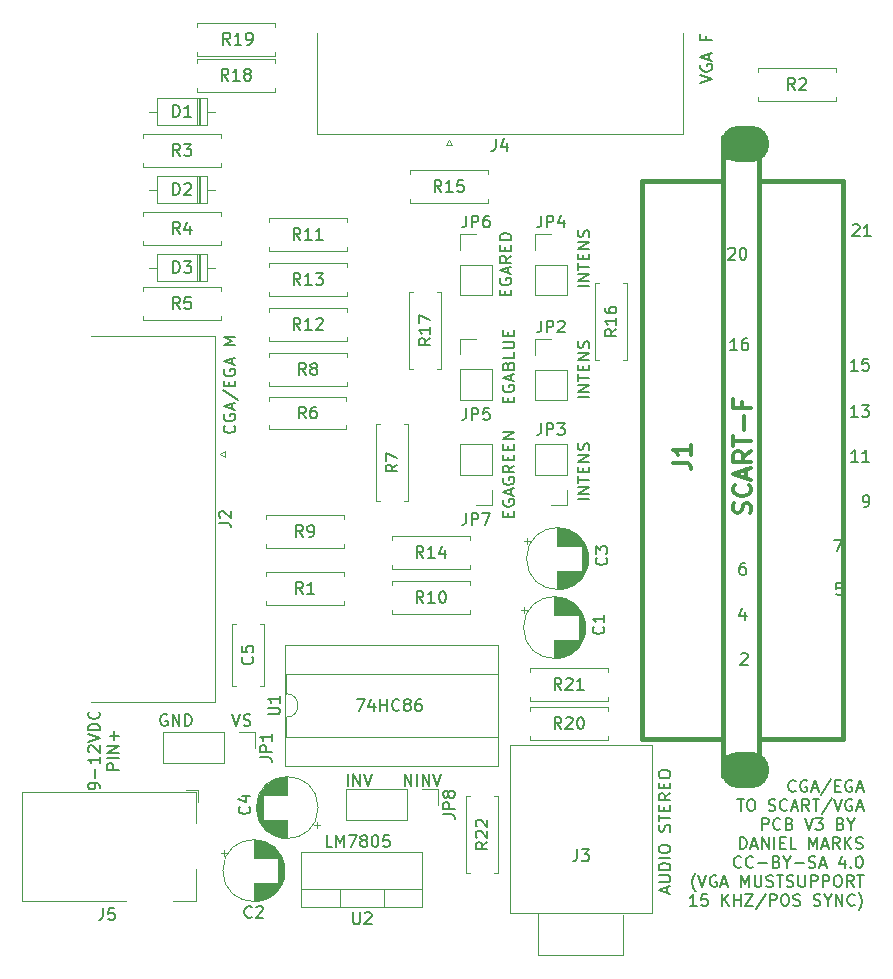
<source format=gbr>
%TF.GenerationSoftware,KiCad,Pcbnew,(6.0.2)*%
%TF.CreationDate,2022-12-04T18:43:18-06:00*%
%TF.ProjectId,CGA2SCart,43474132-5343-4617-9274-2e6b69636164,rev?*%
%TF.SameCoordinates,Original*%
%TF.FileFunction,Legend,Top*%
%TF.FilePolarity,Positive*%
%FSLAX46Y46*%
G04 Gerber Fmt 4.6, Leading zero omitted, Abs format (unit mm)*
G04 Created by KiCad (PCBNEW (6.0.2)) date 2022-12-04 18:43:18*
%MOMM*%
%LPD*%
G01*
G04 APERTURE LIST*
%ADD10C,0.150000*%
%ADD11C,0.304800*%
%ADD12C,0.120000*%
%ADD13C,0.381000*%
%ADD14C,0.100000*%
%ADD15O,4.100000X3.100000*%
G04 APERTURE END LIST*
D10*
X126285809Y-112720380D02*
X126285809Y-111720380D01*
X126857238Y-112720380D01*
X126857238Y-111720380D01*
X127333428Y-112720380D02*
X127333428Y-111720380D01*
X127809619Y-112720380D02*
X127809619Y-111720380D01*
X128381047Y-112720380D01*
X128381047Y-111720380D01*
X128714380Y-111720380D02*
X129047714Y-112720380D01*
X129381047Y-111720380D01*
X121475619Y-112720380D02*
X121475619Y-111720380D01*
X121951809Y-112720380D02*
X121951809Y-111720380D01*
X122523238Y-112720380D01*
X122523238Y-111720380D01*
X122856571Y-111720380D02*
X123189904Y-112720380D01*
X123523238Y-111720380D01*
X106172095Y-106688000D02*
X106076857Y-106640380D01*
X105934000Y-106640380D01*
X105791142Y-106688000D01*
X105695904Y-106783238D01*
X105648285Y-106878476D01*
X105600666Y-107068952D01*
X105600666Y-107211809D01*
X105648285Y-107402285D01*
X105695904Y-107497523D01*
X105791142Y-107592761D01*
X105934000Y-107640380D01*
X106029238Y-107640380D01*
X106172095Y-107592761D01*
X106219714Y-107545142D01*
X106219714Y-107211809D01*
X106029238Y-107211809D01*
X106648285Y-107640380D02*
X106648285Y-106640380D01*
X107219714Y-107640380D01*
X107219714Y-106640380D01*
X107695904Y-107640380D02*
X107695904Y-106640380D01*
X107934000Y-106640380D01*
X108076857Y-106688000D01*
X108172095Y-106783238D01*
X108219714Y-106878476D01*
X108267333Y-107068952D01*
X108267333Y-107211809D01*
X108219714Y-107402285D01*
X108172095Y-107497523D01*
X108076857Y-107592761D01*
X107934000Y-107640380D01*
X107695904Y-107640380D01*
X111712476Y-106640380D02*
X112045809Y-107640380D01*
X112379142Y-106640380D01*
X112664857Y-107592761D02*
X112807714Y-107640380D01*
X113045809Y-107640380D01*
X113141047Y-107592761D01*
X113188666Y-107545142D01*
X113236285Y-107449904D01*
X113236285Y-107354666D01*
X113188666Y-107259428D01*
X113141047Y-107211809D01*
X113045809Y-107164190D01*
X112855333Y-107116571D01*
X112760095Y-107068952D01*
X112712476Y-107021333D01*
X112664857Y-106926095D01*
X112664857Y-106830857D01*
X112712476Y-106735619D01*
X112760095Y-106688000D01*
X112855333Y-106640380D01*
X113093428Y-106640380D01*
X113236285Y-106688000D01*
X122234285Y-105382380D02*
X122900952Y-105382380D01*
X122472380Y-106382380D01*
X123710476Y-105715714D02*
X123710476Y-106382380D01*
X123472380Y-105334761D02*
X123234285Y-106049047D01*
X123853333Y-106049047D01*
X124234285Y-106382380D02*
X124234285Y-105382380D01*
X124234285Y-105858571D02*
X124805714Y-105858571D01*
X124805714Y-106382380D02*
X124805714Y-105382380D01*
X125853333Y-106287142D02*
X125805714Y-106334761D01*
X125662857Y-106382380D01*
X125567619Y-106382380D01*
X125424761Y-106334761D01*
X125329523Y-106239523D01*
X125281904Y-106144285D01*
X125234285Y-105953809D01*
X125234285Y-105810952D01*
X125281904Y-105620476D01*
X125329523Y-105525238D01*
X125424761Y-105430000D01*
X125567619Y-105382380D01*
X125662857Y-105382380D01*
X125805714Y-105430000D01*
X125853333Y-105477619D01*
X126424761Y-105810952D02*
X126329523Y-105763333D01*
X126281904Y-105715714D01*
X126234285Y-105620476D01*
X126234285Y-105572857D01*
X126281904Y-105477619D01*
X126329523Y-105430000D01*
X126424761Y-105382380D01*
X126615238Y-105382380D01*
X126710476Y-105430000D01*
X126758095Y-105477619D01*
X126805714Y-105572857D01*
X126805714Y-105620476D01*
X126758095Y-105715714D01*
X126710476Y-105763333D01*
X126615238Y-105810952D01*
X126424761Y-105810952D01*
X126329523Y-105858571D01*
X126281904Y-105906190D01*
X126234285Y-106001428D01*
X126234285Y-106191904D01*
X126281904Y-106287142D01*
X126329523Y-106334761D01*
X126424761Y-106382380D01*
X126615238Y-106382380D01*
X126710476Y-106334761D01*
X126758095Y-106287142D01*
X126805714Y-106191904D01*
X126805714Y-106001428D01*
X126758095Y-105906190D01*
X126710476Y-105858571D01*
X126615238Y-105810952D01*
X127662857Y-105382380D02*
X127472380Y-105382380D01*
X127377142Y-105430000D01*
X127329523Y-105477619D01*
X127234285Y-105620476D01*
X127186666Y-105810952D01*
X127186666Y-106191904D01*
X127234285Y-106287142D01*
X127281904Y-106334761D01*
X127377142Y-106382380D01*
X127567619Y-106382380D01*
X127662857Y-106334761D01*
X127710476Y-106287142D01*
X127758095Y-106191904D01*
X127758095Y-105953809D01*
X127710476Y-105858571D01*
X127662857Y-105810952D01*
X127567619Y-105763333D01*
X127377142Y-105763333D01*
X127281904Y-105810952D01*
X127234285Y-105858571D01*
X127186666Y-105953809D01*
X120173333Y-117882380D02*
X119697142Y-117882380D01*
X119697142Y-116882380D01*
X120506666Y-117882380D02*
X120506666Y-116882380D01*
X120840000Y-117596666D01*
X121173333Y-116882380D01*
X121173333Y-117882380D01*
X121554285Y-116882380D02*
X122220952Y-116882380D01*
X121792380Y-117882380D01*
X122744761Y-117310952D02*
X122649523Y-117263333D01*
X122601904Y-117215714D01*
X122554285Y-117120476D01*
X122554285Y-117072857D01*
X122601904Y-116977619D01*
X122649523Y-116930000D01*
X122744761Y-116882380D01*
X122935238Y-116882380D01*
X123030476Y-116930000D01*
X123078095Y-116977619D01*
X123125714Y-117072857D01*
X123125714Y-117120476D01*
X123078095Y-117215714D01*
X123030476Y-117263333D01*
X122935238Y-117310952D01*
X122744761Y-117310952D01*
X122649523Y-117358571D01*
X122601904Y-117406190D01*
X122554285Y-117501428D01*
X122554285Y-117691904D01*
X122601904Y-117787142D01*
X122649523Y-117834761D01*
X122744761Y-117882380D01*
X122935238Y-117882380D01*
X123030476Y-117834761D01*
X123078095Y-117787142D01*
X123125714Y-117691904D01*
X123125714Y-117501428D01*
X123078095Y-117406190D01*
X123030476Y-117358571D01*
X122935238Y-117310952D01*
X123744761Y-116882380D02*
X123840000Y-116882380D01*
X123935238Y-116930000D01*
X123982857Y-116977619D01*
X124030476Y-117072857D01*
X124078095Y-117263333D01*
X124078095Y-117501428D01*
X124030476Y-117691904D01*
X123982857Y-117787142D01*
X123935238Y-117834761D01*
X123840000Y-117882380D01*
X123744761Y-117882380D01*
X123649523Y-117834761D01*
X123601904Y-117787142D01*
X123554285Y-117691904D01*
X123506666Y-117501428D01*
X123506666Y-117263333D01*
X123554285Y-117072857D01*
X123601904Y-116977619D01*
X123649523Y-116930000D01*
X123744761Y-116882380D01*
X124982857Y-116882380D02*
X124506666Y-116882380D01*
X124459047Y-117358571D01*
X124506666Y-117310952D01*
X124601904Y-117263333D01*
X124840000Y-117263333D01*
X124935238Y-117310952D01*
X124982857Y-117358571D01*
X125030476Y-117453809D01*
X125030476Y-117691904D01*
X124982857Y-117787142D01*
X124935238Y-117834761D01*
X124840000Y-117882380D01*
X124601904Y-117882380D01*
X124506666Y-117834761D01*
X124459047Y-117787142D01*
X100485380Y-112918476D02*
X100485380Y-112728000D01*
X100437761Y-112632761D01*
X100390142Y-112585142D01*
X100247285Y-112489904D01*
X100056809Y-112442285D01*
X99675857Y-112442285D01*
X99580619Y-112489904D01*
X99533000Y-112537523D01*
X99485380Y-112632761D01*
X99485380Y-112823238D01*
X99533000Y-112918476D01*
X99580619Y-112966095D01*
X99675857Y-113013714D01*
X99913952Y-113013714D01*
X100009190Y-112966095D01*
X100056809Y-112918476D01*
X100104428Y-112823238D01*
X100104428Y-112632761D01*
X100056809Y-112537523D01*
X100009190Y-112489904D01*
X99913952Y-112442285D01*
X100104428Y-112013714D02*
X100104428Y-111251809D01*
X100485380Y-110251809D02*
X100485380Y-110823238D01*
X100485380Y-110537523D02*
X99485380Y-110537523D01*
X99628238Y-110632761D01*
X99723476Y-110728000D01*
X99771095Y-110823238D01*
X99580619Y-109870857D02*
X99533000Y-109823238D01*
X99485380Y-109728000D01*
X99485380Y-109489904D01*
X99533000Y-109394666D01*
X99580619Y-109347047D01*
X99675857Y-109299428D01*
X99771095Y-109299428D01*
X99913952Y-109347047D01*
X100485380Y-109918476D01*
X100485380Y-109299428D01*
X99485380Y-109013714D02*
X100485380Y-108680380D01*
X99485380Y-108347047D01*
X100485380Y-108013714D02*
X99485380Y-108013714D01*
X99485380Y-107775619D01*
X99533000Y-107632761D01*
X99628238Y-107537523D01*
X99723476Y-107489904D01*
X99913952Y-107442285D01*
X100056809Y-107442285D01*
X100247285Y-107489904D01*
X100342523Y-107537523D01*
X100437761Y-107632761D01*
X100485380Y-107775619D01*
X100485380Y-108013714D01*
X100390142Y-106442285D02*
X100437761Y-106489904D01*
X100485380Y-106632761D01*
X100485380Y-106728000D01*
X100437761Y-106870857D01*
X100342523Y-106966095D01*
X100247285Y-107013714D01*
X100056809Y-107061333D01*
X99913952Y-107061333D01*
X99723476Y-107013714D01*
X99628238Y-106966095D01*
X99533000Y-106870857D01*
X99485380Y-106728000D01*
X99485380Y-106632761D01*
X99533000Y-106489904D01*
X99580619Y-106442285D01*
X102095380Y-111370857D02*
X101095380Y-111370857D01*
X101095380Y-110989904D01*
X101143000Y-110894666D01*
X101190619Y-110847047D01*
X101285857Y-110799428D01*
X101428714Y-110799428D01*
X101523952Y-110847047D01*
X101571571Y-110894666D01*
X101619190Y-110989904D01*
X101619190Y-111370857D01*
X102095380Y-110370857D02*
X101095380Y-110370857D01*
X102095380Y-109894666D02*
X101095380Y-109894666D01*
X102095380Y-109323238D01*
X101095380Y-109323238D01*
X101714428Y-108847047D02*
X101714428Y-108085142D01*
X102095380Y-108466095D02*
X101333476Y-108466095D01*
X135056571Y-89931428D02*
X135056571Y-89598095D01*
X135580380Y-89455238D02*
X135580380Y-89931428D01*
X134580380Y-89931428D01*
X134580380Y-89455238D01*
X134628000Y-88502857D02*
X134580380Y-88598095D01*
X134580380Y-88740952D01*
X134628000Y-88883809D01*
X134723238Y-88979047D01*
X134818476Y-89026666D01*
X135008952Y-89074285D01*
X135151809Y-89074285D01*
X135342285Y-89026666D01*
X135437523Y-88979047D01*
X135532761Y-88883809D01*
X135580380Y-88740952D01*
X135580380Y-88645714D01*
X135532761Y-88502857D01*
X135485142Y-88455238D01*
X135151809Y-88455238D01*
X135151809Y-88645714D01*
X135294666Y-88074285D02*
X135294666Y-87598095D01*
X135580380Y-88169523D02*
X134580380Y-87836190D01*
X135580380Y-87502857D01*
X134628000Y-86645714D02*
X134580380Y-86740952D01*
X134580380Y-86883809D01*
X134628000Y-87026666D01*
X134723238Y-87121904D01*
X134818476Y-87169523D01*
X135008952Y-87217142D01*
X135151809Y-87217142D01*
X135342285Y-87169523D01*
X135437523Y-87121904D01*
X135532761Y-87026666D01*
X135580380Y-86883809D01*
X135580380Y-86788571D01*
X135532761Y-86645714D01*
X135485142Y-86598095D01*
X135151809Y-86598095D01*
X135151809Y-86788571D01*
X135580380Y-85598095D02*
X135104190Y-85931428D01*
X135580380Y-86169523D02*
X134580380Y-86169523D01*
X134580380Y-85788571D01*
X134628000Y-85693333D01*
X134675619Y-85645714D01*
X134770857Y-85598095D01*
X134913714Y-85598095D01*
X135008952Y-85645714D01*
X135056571Y-85693333D01*
X135104190Y-85788571D01*
X135104190Y-86169523D01*
X135056571Y-85169523D02*
X135056571Y-84836190D01*
X135580380Y-84693333D02*
X135580380Y-85169523D01*
X134580380Y-85169523D01*
X134580380Y-84693333D01*
X135056571Y-84264761D02*
X135056571Y-83931428D01*
X135580380Y-83788571D02*
X135580380Y-84264761D01*
X134580380Y-84264761D01*
X134580380Y-83788571D01*
X135580380Y-83360000D02*
X134580380Y-83360000D01*
X135580380Y-82788571D01*
X134580380Y-82788571D01*
X134802571Y-71175238D02*
X134802571Y-70841904D01*
X135326380Y-70699047D02*
X135326380Y-71175238D01*
X134326380Y-71175238D01*
X134326380Y-70699047D01*
X134374000Y-69746666D02*
X134326380Y-69841904D01*
X134326380Y-69984761D01*
X134374000Y-70127619D01*
X134469238Y-70222857D01*
X134564476Y-70270476D01*
X134754952Y-70318095D01*
X134897809Y-70318095D01*
X135088285Y-70270476D01*
X135183523Y-70222857D01*
X135278761Y-70127619D01*
X135326380Y-69984761D01*
X135326380Y-69889523D01*
X135278761Y-69746666D01*
X135231142Y-69699047D01*
X134897809Y-69699047D01*
X134897809Y-69889523D01*
X135040666Y-69318095D02*
X135040666Y-68841904D01*
X135326380Y-69413333D02*
X134326380Y-69080000D01*
X135326380Y-68746666D01*
X135326380Y-67841904D02*
X134850190Y-68175238D01*
X135326380Y-68413333D02*
X134326380Y-68413333D01*
X134326380Y-68032380D01*
X134374000Y-67937142D01*
X134421619Y-67889523D01*
X134516857Y-67841904D01*
X134659714Y-67841904D01*
X134754952Y-67889523D01*
X134802571Y-67937142D01*
X134850190Y-68032380D01*
X134850190Y-68413333D01*
X134802571Y-67413333D02*
X134802571Y-67080000D01*
X135326380Y-66937142D02*
X135326380Y-67413333D01*
X134326380Y-67413333D01*
X134326380Y-66937142D01*
X135326380Y-66508571D02*
X134326380Y-66508571D01*
X134326380Y-66270476D01*
X134374000Y-66127619D01*
X134469238Y-66032380D01*
X134564476Y-65984761D01*
X134754952Y-65937142D01*
X134897809Y-65937142D01*
X135088285Y-65984761D01*
X135183523Y-66032380D01*
X135278761Y-66127619D01*
X135326380Y-66270476D01*
X135326380Y-66508571D01*
X141930380Y-70429142D02*
X140930380Y-70429142D01*
X141930380Y-69952952D02*
X140930380Y-69952952D01*
X141930380Y-69381523D01*
X140930380Y-69381523D01*
X140930380Y-69048190D02*
X140930380Y-68476761D01*
X141930380Y-68762476D02*
X140930380Y-68762476D01*
X141406571Y-68143428D02*
X141406571Y-67810095D01*
X141930380Y-67667238D02*
X141930380Y-68143428D01*
X140930380Y-68143428D01*
X140930380Y-67667238D01*
X141930380Y-67238666D02*
X140930380Y-67238666D01*
X141930380Y-66667238D01*
X140930380Y-66667238D01*
X141882761Y-66238666D02*
X141930380Y-66095809D01*
X141930380Y-65857714D01*
X141882761Y-65762476D01*
X141835142Y-65714857D01*
X141739904Y-65667238D01*
X141644666Y-65667238D01*
X141549428Y-65714857D01*
X141501809Y-65762476D01*
X141454190Y-65857714D01*
X141406571Y-66048190D01*
X141358952Y-66143428D01*
X141311333Y-66191047D01*
X141216095Y-66238666D01*
X141120857Y-66238666D01*
X141025619Y-66191047D01*
X140978000Y-66143428D01*
X140930380Y-66048190D01*
X140930380Y-65810095D01*
X140978000Y-65667238D01*
X164238095Y-65267619D02*
X164285714Y-65220000D01*
X164380952Y-65172380D01*
X164619047Y-65172380D01*
X164714285Y-65220000D01*
X164761904Y-65267619D01*
X164809523Y-65362857D01*
X164809523Y-65458095D01*
X164761904Y-65600952D01*
X164190476Y-66172380D01*
X164809523Y-66172380D01*
X165761904Y-66172380D02*
X165190476Y-66172380D01*
X165476190Y-66172380D02*
X165476190Y-65172380D01*
X165380952Y-65315238D01*
X165285714Y-65410476D01*
X165190476Y-65458095D01*
X165163523Y-89098380D02*
X165354000Y-89098380D01*
X165449238Y-89050761D01*
X165496857Y-89003142D01*
X165592095Y-88860285D01*
X165639714Y-88669809D01*
X165639714Y-88288857D01*
X165592095Y-88193619D01*
X165544476Y-88146000D01*
X165449238Y-88098380D01*
X165258761Y-88098380D01*
X165163523Y-88146000D01*
X165115904Y-88193619D01*
X165068285Y-88288857D01*
X165068285Y-88526952D01*
X165115904Y-88622190D01*
X165163523Y-88669809D01*
X165258761Y-88717428D01*
X165449238Y-88717428D01*
X165544476Y-88669809D01*
X165592095Y-88622190D01*
X165639714Y-88526952D01*
X154449523Y-75832380D02*
X153878095Y-75832380D01*
X154163809Y-75832380D02*
X154163809Y-74832380D01*
X154068571Y-74975238D01*
X153973333Y-75070476D01*
X153878095Y-75118095D01*
X155306666Y-74832380D02*
X155116190Y-74832380D01*
X155020952Y-74880000D01*
X154973333Y-74927619D01*
X154878095Y-75070476D01*
X154830476Y-75260952D01*
X154830476Y-75641904D01*
X154878095Y-75737142D01*
X154925714Y-75784761D01*
X155020952Y-75832380D01*
X155211428Y-75832380D01*
X155306666Y-75784761D01*
X155354285Y-75737142D01*
X155401904Y-75641904D01*
X155401904Y-75403809D01*
X155354285Y-75308571D01*
X155306666Y-75260952D01*
X155211428Y-75213333D01*
X155020952Y-75213333D01*
X154925714Y-75260952D01*
X154878095Y-75308571D01*
X154830476Y-75403809D01*
X141930380Y-79827142D02*
X140930380Y-79827142D01*
X141930380Y-79350952D02*
X140930380Y-79350952D01*
X141930380Y-78779523D01*
X140930380Y-78779523D01*
X140930380Y-78446190D02*
X140930380Y-77874761D01*
X141930380Y-78160476D02*
X140930380Y-78160476D01*
X141406571Y-77541428D02*
X141406571Y-77208095D01*
X141930380Y-77065238D02*
X141930380Y-77541428D01*
X140930380Y-77541428D01*
X140930380Y-77065238D01*
X141930380Y-76636666D02*
X140930380Y-76636666D01*
X141930380Y-76065238D01*
X140930380Y-76065238D01*
X141882761Y-75636666D02*
X141930380Y-75493809D01*
X141930380Y-75255714D01*
X141882761Y-75160476D01*
X141835142Y-75112857D01*
X141739904Y-75065238D01*
X141644666Y-75065238D01*
X141549428Y-75112857D01*
X141501809Y-75160476D01*
X141454190Y-75255714D01*
X141406571Y-75446190D01*
X141358952Y-75541428D01*
X141311333Y-75589047D01*
X141216095Y-75636666D01*
X141120857Y-75636666D01*
X141025619Y-75589047D01*
X140978000Y-75541428D01*
X140930380Y-75446190D01*
X140930380Y-75208095D01*
X140978000Y-75065238D01*
X164655523Y-77562380D02*
X164084095Y-77562380D01*
X164369809Y-77562380D02*
X164369809Y-76562380D01*
X164274571Y-76705238D01*
X164179333Y-76800476D01*
X164084095Y-76848095D01*
X165560285Y-76562380D02*
X165084095Y-76562380D01*
X165036476Y-77038571D01*
X165084095Y-76990952D01*
X165179333Y-76943333D01*
X165417428Y-76943333D01*
X165512666Y-76990952D01*
X165560285Y-77038571D01*
X165607904Y-77133809D01*
X165607904Y-77371904D01*
X165560285Y-77467142D01*
X165512666Y-77514761D01*
X165417428Y-77562380D01*
X165179333Y-77562380D01*
X165084095Y-77514761D01*
X165036476Y-77467142D01*
X155110476Y-98035714D02*
X155110476Y-98702380D01*
X154872380Y-97654761D02*
X154634285Y-98369047D01*
X155253333Y-98369047D01*
X164669523Y-85262380D02*
X164098095Y-85262380D01*
X164383809Y-85262380D02*
X164383809Y-84262380D01*
X164288571Y-84405238D01*
X164193333Y-84500476D01*
X164098095Y-84548095D01*
X165621904Y-85262380D02*
X165050476Y-85262380D01*
X165336190Y-85262380D02*
X165336190Y-84262380D01*
X165240952Y-84405238D01*
X165145714Y-84500476D01*
X165050476Y-84548095D01*
X163328095Y-95542380D02*
X162851904Y-95542380D01*
X162804285Y-96018571D01*
X162851904Y-95970952D01*
X162947142Y-95923333D01*
X163185238Y-95923333D01*
X163280476Y-95970952D01*
X163328095Y-96018571D01*
X163375714Y-96113809D01*
X163375714Y-96351904D01*
X163328095Y-96447142D01*
X163280476Y-96494761D01*
X163185238Y-96542380D01*
X162947142Y-96542380D01*
X162851904Y-96494761D01*
X162804285Y-96447142D01*
X154764285Y-101577619D02*
X154811904Y-101530000D01*
X154907142Y-101482380D01*
X155145238Y-101482380D01*
X155240476Y-101530000D01*
X155288095Y-101577619D01*
X155335714Y-101672857D01*
X155335714Y-101768095D01*
X155288095Y-101910952D01*
X154716666Y-102482380D01*
X155335714Y-102482380D01*
X162676666Y-91872380D02*
X163343333Y-91872380D01*
X162914761Y-92872380D01*
X151342380Y-53191428D02*
X152342380Y-52858095D01*
X151342380Y-52524761D01*
X151390000Y-51667619D02*
X151342380Y-51762857D01*
X151342380Y-51905714D01*
X151390000Y-52048571D01*
X151485238Y-52143809D01*
X151580476Y-52191428D01*
X151770952Y-52239047D01*
X151913809Y-52239047D01*
X152104285Y-52191428D01*
X152199523Y-52143809D01*
X152294761Y-52048571D01*
X152342380Y-51905714D01*
X152342380Y-51810476D01*
X152294761Y-51667619D01*
X152247142Y-51620000D01*
X151913809Y-51620000D01*
X151913809Y-51810476D01*
X152056666Y-51239047D02*
X152056666Y-50762857D01*
X152342380Y-51334285D02*
X151342380Y-51000952D01*
X152342380Y-50667619D01*
X151818571Y-49239047D02*
X151818571Y-49572380D01*
X152342380Y-49572380D02*
X151342380Y-49572380D01*
X151342380Y-49096190D01*
X153708095Y-67257619D02*
X153755714Y-67210000D01*
X153850952Y-67162380D01*
X154089047Y-67162380D01*
X154184285Y-67210000D01*
X154231904Y-67257619D01*
X154279523Y-67352857D01*
X154279523Y-67448095D01*
X154231904Y-67590952D01*
X153660476Y-68162380D01*
X154279523Y-68162380D01*
X154898571Y-67162380D02*
X154993809Y-67162380D01*
X155089047Y-67210000D01*
X155136666Y-67257619D01*
X155184285Y-67352857D01*
X155231904Y-67543333D01*
X155231904Y-67781428D01*
X155184285Y-67971904D01*
X155136666Y-68067142D01*
X155089047Y-68114761D01*
X154993809Y-68162380D01*
X154898571Y-68162380D01*
X154803333Y-68114761D01*
X154755714Y-68067142D01*
X154708095Y-67971904D01*
X154660476Y-67781428D01*
X154660476Y-67543333D01*
X154708095Y-67352857D01*
X154755714Y-67257619D01*
X154803333Y-67210000D01*
X154898571Y-67162380D01*
X159399357Y-113129142D02*
X159351738Y-113176761D01*
X159208880Y-113224380D01*
X159113642Y-113224380D01*
X158970785Y-113176761D01*
X158875547Y-113081523D01*
X158827928Y-112986285D01*
X158780309Y-112795809D01*
X158780309Y-112652952D01*
X158827928Y-112462476D01*
X158875547Y-112367238D01*
X158970785Y-112272000D01*
X159113642Y-112224380D01*
X159208880Y-112224380D01*
X159351738Y-112272000D01*
X159399357Y-112319619D01*
X160351738Y-112272000D02*
X160256500Y-112224380D01*
X160113642Y-112224380D01*
X159970785Y-112272000D01*
X159875547Y-112367238D01*
X159827928Y-112462476D01*
X159780309Y-112652952D01*
X159780309Y-112795809D01*
X159827928Y-112986285D01*
X159875547Y-113081523D01*
X159970785Y-113176761D01*
X160113642Y-113224380D01*
X160208880Y-113224380D01*
X160351738Y-113176761D01*
X160399357Y-113129142D01*
X160399357Y-112795809D01*
X160208880Y-112795809D01*
X160780309Y-112938666D02*
X161256500Y-112938666D01*
X160685071Y-113224380D02*
X161018404Y-112224380D01*
X161351738Y-113224380D01*
X162399357Y-112176761D02*
X161542214Y-113462476D01*
X162732690Y-112700571D02*
X163066023Y-112700571D01*
X163208880Y-113224380D02*
X162732690Y-113224380D01*
X162732690Y-112224380D01*
X163208880Y-112224380D01*
X164161261Y-112272000D02*
X164066023Y-112224380D01*
X163923166Y-112224380D01*
X163780309Y-112272000D01*
X163685071Y-112367238D01*
X163637452Y-112462476D01*
X163589833Y-112652952D01*
X163589833Y-112795809D01*
X163637452Y-112986285D01*
X163685071Y-113081523D01*
X163780309Y-113176761D01*
X163923166Y-113224380D01*
X164018404Y-113224380D01*
X164161261Y-113176761D01*
X164208880Y-113129142D01*
X164208880Y-112795809D01*
X164018404Y-112795809D01*
X164589833Y-112938666D02*
X165066023Y-112938666D01*
X164494595Y-113224380D02*
X164827928Y-112224380D01*
X165161261Y-113224380D01*
X154446976Y-113834380D02*
X155018404Y-113834380D01*
X154732690Y-114834380D02*
X154732690Y-113834380D01*
X155542214Y-113834380D02*
X155732690Y-113834380D01*
X155827928Y-113882000D01*
X155923166Y-113977238D01*
X155970785Y-114167714D01*
X155970785Y-114501047D01*
X155923166Y-114691523D01*
X155827928Y-114786761D01*
X155732690Y-114834380D01*
X155542214Y-114834380D01*
X155446976Y-114786761D01*
X155351738Y-114691523D01*
X155304119Y-114501047D01*
X155304119Y-114167714D01*
X155351738Y-113977238D01*
X155446976Y-113882000D01*
X155542214Y-113834380D01*
X157113642Y-114786761D02*
X157256500Y-114834380D01*
X157494595Y-114834380D01*
X157589833Y-114786761D01*
X157637452Y-114739142D01*
X157685071Y-114643904D01*
X157685071Y-114548666D01*
X157637452Y-114453428D01*
X157589833Y-114405809D01*
X157494595Y-114358190D01*
X157304119Y-114310571D01*
X157208880Y-114262952D01*
X157161261Y-114215333D01*
X157113642Y-114120095D01*
X157113642Y-114024857D01*
X157161261Y-113929619D01*
X157208880Y-113882000D01*
X157304119Y-113834380D01*
X157542214Y-113834380D01*
X157685071Y-113882000D01*
X158685071Y-114739142D02*
X158637452Y-114786761D01*
X158494595Y-114834380D01*
X158399357Y-114834380D01*
X158256500Y-114786761D01*
X158161261Y-114691523D01*
X158113642Y-114596285D01*
X158066023Y-114405809D01*
X158066023Y-114262952D01*
X158113642Y-114072476D01*
X158161261Y-113977238D01*
X158256500Y-113882000D01*
X158399357Y-113834380D01*
X158494595Y-113834380D01*
X158637452Y-113882000D01*
X158685071Y-113929619D01*
X159066023Y-114548666D02*
X159542214Y-114548666D01*
X158970785Y-114834380D02*
X159304119Y-113834380D01*
X159637452Y-114834380D01*
X160542214Y-114834380D02*
X160208880Y-114358190D01*
X159970785Y-114834380D02*
X159970785Y-113834380D01*
X160351738Y-113834380D01*
X160446976Y-113882000D01*
X160494595Y-113929619D01*
X160542214Y-114024857D01*
X160542214Y-114167714D01*
X160494595Y-114262952D01*
X160446976Y-114310571D01*
X160351738Y-114358190D01*
X159970785Y-114358190D01*
X160827928Y-113834380D02*
X161399357Y-113834380D01*
X161113642Y-114834380D02*
X161113642Y-113834380D01*
X162446976Y-113786761D02*
X161589833Y-115072476D01*
X162637452Y-113834380D02*
X162970785Y-114834380D01*
X163304119Y-113834380D01*
X164161261Y-113882000D02*
X164066023Y-113834380D01*
X163923166Y-113834380D01*
X163780309Y-113882000D01*
X163685071Y-113977238D01*
X163637452Y-114072476D01*
X163589833Y-114262952D01*
X163589833Y-114405809D01*
X163637452Y-114596285D01*
X163685071Y-114691523D01*
X163780309Y-114786761D01*
X163923166Y-114834380D01*
X164018404Y-114834380D01*
X164161261Y-114786761D01*
X164208880Y-114739142D01*
X164208880Y-114405809D01*
X164018404Y-114405809D01*
X164589833Y-114548666D02*
X165066023Y-114548666D01*
X164494595Y-114834380D02*
X164827928Y-113834380D01*
X165161261Y-114834380D01*
X156542214Y-116444380D02*
X156542214Y-115444380D01*
X156923166Y-115444380D01*
X157018404Y-115492000D01*
X157066023Y-115539619D01*
X157113642Y-115634857D01*
X157113642Y-115777714D01*
X157066023Y-115872952D01*
X157018404Y-115920571D01*
X156923166Y-115968190D01*
X156542214Y-115968190D01*
X158113642Y-116349142D02*
X158066023Y-116396761D01*
X157923166Y-116444380D01*
X157827928Y-116444380D01*
X157685071Y-116396761D01*
X157589833Y-116301523D01*
X157542214Y-116206285D01*
X157494595Y-116015809D01*
X157494595Y-115872952D01*
X157542214Y-115682476D01*
X157589833Y-115587238D01*
X157685071Y-115492000D01*
X157827928Y-115444380D01*
X157923166Y-115444380D01*
X158066023Y-115492000D01*
X158113642Y-115539619D01*
X158875547Y-115920571D02*
X159018404Y-115968190D01*
X159066023Y-116015809D01*
X159113642Y-116111047D01*
X159113642Y-116253904D01*
X159066023Y-116349142D01*
X159018404Y-116396761D01*
X158923166Y-116444380D01*
X158542214Y-116444380D01*
X158542214Y-115444380D01*
X158875547Y-115444380D01*
X158970785Y-115492000D01*
X159018404Y-115539619D01*
X159066023Y-115634857D01*
X159066023Y-115730095D01*
X159018404Y-115825333D01*
X158970785Y-115872952D01*
X158875547Y-115920571D01*
X158542214Y-115920571D01*
X160161261Y-115444380D02*
X160494595Y-116444380D01*
X160827928Y-115444380D01*
X161066023Y-115444380D02*
X161685071Y-115444380D01*
X161351738Y-115825333D01*
X161494595Y-115825333D01*
X161589833Y-115872952D01*
X161637452Y-115920571D01*
X161685071Y-116015809D01*
X161685071Y-116253904D01*
X161637452Y-116349142D01*
X161589833Y-116396761D01*
X161494595Y-116444380D01*
X161208880Y-116444380D01*
X161113642Y-116396761D01*
X161066023Y-116349142D01*
X163208880Y-115920571D02*
X163351738Y-115968190D01*
X163399357Y-116015809D01*
X163446976Y-116111047D01*
X163446976Y-116253904D01*
X163399357Y-116349142D01*
X163351738Y-116396761D01*
X163256500Y-116444380D01*
X162875547Y-116444380D01*
X162875547Y-115444380D01*
X163208880Y-115444380D01*
X163304119Y-115492000D01*
X163351738Y-115539619D01*
X163399357Y-115634857D01*
X163399357Y-115730095D01*
X163351738Y-115825333D01*
X163304119Y-115872952D01*
X163208880Y-115920571D01*
X162875547Y-115920571D01*
X164066023Y-115968190D02*
X164066023Y-116444380D01*
X163732690Y-115444380D02*
X164066023Y-115968190D01*
X164399357Y-115444380D01*
X154685071Y-118054380D02*
X154685071Y-117054380D01*
X154923166Y-117054380D01*
X155066023Y-117102000D01*
X155161261Y-117197238D01*
X155208880Y-117292476D01*
X155256500Y-117482952D01*
X155256500Y-117625809D01*
X155208880Y-117816285D01*
X155161261Y-117911523D01*
X155066023Y-118006761D01*
X154923166Y-118054380D01*
X154685071Y-118054380D01*
X155637452Y-117768666D02*
X156113642Y-117768666D01*
X155542214Y-118054380D02*
X155875547Y-117054380D01*
X156208880Y-118054380D01*
X156542214Y-118054380D02*
X156542214Y-117054380D01*
X157113642Y-118054380D01*
X157113642Y-117054380D01*
X157589833Y-118054380D02*
X157589833Y-117054380D01*
X158066023Y-117530571D02*
X158399357Y-117530571D01*
X158542214Y-118054380D02*
X158066023Y-118054380D01*
X158066023Y-117054380D01*
X158542214Y-117054380D01*
X159446976Y-118054380D02*
X158970785Y-118054380D01*
X158970785Y-117054380D01*
X160542214Y-118054380D02*
X160542214Y-117054380D01*
X160875547Y-117768666D01*
X161208880Y-117054380D01*
X161208880Y-118054380D01*
X161637452Y-117768666D02*
X162113642Y-117768666D01*
X161542214Y-118054380D02*
X161875547Y-117054380D01*
X162208880Y-118054380D01*
X163113642Y-118054380D02*
X162780309Y-117578190D01*
X162542214Y-118054380D02*
X162542214Y-117054380D01*
X162923166Y-117054380D01*
X163018404Y-117102000D01*
X163066023Y-117149619D01*
X163113642Y-117244857D01*
X163113642Y-117387714D01*
X163066023Y-117482952D01*
X163018404Y-117530571D01*
X162923166Y-117578190D01*
X162542214Y-117578190D01*
X163542214Y-118054380D02*
X163542214Y-117054380D01*
X164113642Y-118054380D02*
X163685071Y-117482952D01*
X164113642Y-117054380D02*
X163542214Y-117625809D01*
X164494595Y-118006761D02*
X164637452Y-118054380D01*
X164875547Y-118054380D01*
X164970785Y-118006761D01*
X165018404Y-117959142D01*
X165066023Y-117863904D01*
X165066023Y-117768666D01*
X165018404Y-117673428D01*
X164970785Y-117625809D01*
X164875547Y-117578190D01*
X164685071Y-117530571D01*
X164589833Y-117482952D01*
X164542214Y-117435333D01*
X164494595Y-117340095D01*
X164494595Y-117244857D01*
X164542214Y-117149619D01*
X164589833Y-117102000D01*
X164685071Y-117054380D01*
X164923166Y-117054380D01*
X165066023Y-117102000D01*
X154780309Y-119569142D02*
X154732690Y-119616761D01*
X154589833Y-119664380D01*
X154494595Y-119664380D01*
X154351738Y-119616761D01*
X154256500Y-119521523D01*
X154208880Y-119426285D01*
X154161261Y-119235809D01*
X154161261Y-119092952D01*
X154208880Y-118902476D01*
X154256500Y-118807238D01*
X154351738Y-118712000D01*
X154494595Y-118664380D01*
X154589833Y-118664380D01*
X154732690Y-118712000D01*
X154780309Y-118759619D01*
X155780309Y-119569142D02*
X155732690Y-119616761D01*
X155589833Y-119664380D01*
X155494595Y-119664380D01*
X155351738Y-119616761D01*
X155256500Y-119521523D01*
X155208880Y-119426285D01*
X155161261Y-119235809D01*
X155161261Y-119092952D01*
X155208880Y-118902476D01*
X155256500Y-118807238D01*
X155351738Y-118712000D01*
X155494595Y-118664380D01*
X155589833Y-118664380D01*
X155732690Y-118712000D01*
X155780309Y-118759619D01*
X156208880Y-119283428D02*
X156970785Y-119283428D01*
X157780309Y-119140571D02*
X157923166Y-119188190D01*
X157970785Y-119235809D01*
X158018404Y-119331047D01*
X158018404Y-119473904D01*
X157970785Y-119569142D01*
X157923166Y-119616761D01*
X157827928Y-119664380D01*
X157446976Y-119664380D01*
X157446976Y-118664380D01*
X157780309Y-118664380D01*
X157875547Y-118712000D01*
X157923166Y-118759619D01*
X157970785Y-118854857D01*
X157970785Y-118950095D01*
X157923166Y-119045333D01*
X157875547Y-119092952D01*
X157780309Y-119140571D01*
X157446976Y-119140571D01*
X158637452Y-119188190D02*
X158637452Y-119664380D01*
X158304119Y-118664380D02*
X158637452Y-119188190D01*
X158970785Y-118664380D01*
X159304119Y-119283428D02*
X160066023Y-119283428D01*
X160494595Y-119616761D02*
X160637452Y-119664380D01*
X160875547Y-119664380D01*
X160970785Y-119616761D01*
X161018404Y-119569142D01*
X161066023Y-119473904D01*
X161066023Y-119378666D01*
X161018404Y-119283428D01*
X160970785Y-119235809D01*
X160875547Y-119188190D01*
X160685071Y-119140571D01*
X160589833Y-119092952D01*
X160542214Y-119045333D01*
X160494595Y-118950095D01*
X160494595Y-118854857D01*
X160542214Y-118759619D01*
X160589833Y-118712000D01*
X160685071Y-118664380D01*
X160923166Y-118664380D01*
X161066023Y-118712000D01*
X161446976Y-119378666D02*
X161923166Y-119378666D01*
X161351738Y-119664380D02*
X161685071Y-118664380D01*
X162018404Y-119664380D01*
X163542214Y-118997714D02*
X163542214Y-119664380D01*
X163304119Y-118616761D02*
X163066023Y-119331047D01*
X163685071Y-119331047D01*
X164066023Y-119569142D02*
X164113642Y-119616761D01*
X164066023Y-119664380D01*
X164018404Y-119616761D01*
X164066023Y-119569142D01*
X164066023Y-119664380D01*
X164732690Y-118664380D02*
X164827928Y-118664380D01*
X164923166Y-118712000D01*
X164970785Y-118759619D01*
X165018404Y-118854857D01*
X165066023Y-119045333D01*
X165066023Y-119283428D01*
X165018404Y-119473904D01*
X164970785Y-119569142D01*
X164923166Y-119616761D01*
X164827928Y-119664380D01*
X164732690Y-119664380D01*
X164637452Y-119616761D01*
X164589833Y-119569142D01*
X164542214Y-119473904D01*
X164494595Y-119283428D01*
X164494595Y-119045333D01*
X164542214Y-118854857D01*
X164589833Y-118759619D01*
X164637452Y-118712000D01*
X164732690Y-118664380D01*
X150923166Y-121655333D02*
X150875547Y-121607714D01*
X150780309Y-121464857D01*
X150732690Y-121369619D01*
X150685071Y-121226761D01*
X150637452Y-120988666D01*
X150637452Y-120798190D01*
X150685071Y-120560095D01*
X150732690Y-120417238D01*
X150780309Y-120322000D01*
X150875547Y-120179142D01*
X150923166Y-120131523D01*
X151161261Y-120274380D02*
X151494595Y-121274380D01*
X151827928Y-120274380D01*
X152685071Y-120322000D02*
X152589833Y-120274380D01*
X152446976Y-120274380D01*
X152304119Y-120322000D01*
X152208880Y-120417238D01*
X152161261Y-120512476D01*
X152113642Y-120702952D01*
X152113642Y-120845809D01*
X152161261Y-121036285D01*
X152208880Y-121131523D01*
X152304119Y-121226761D01*
X152446976Y-121274380D01*
X152542214Y-121274380D01*
X152685071Y-121226761D01*
X152732690Y-121179142D01*
X152732690Y-120845809D01*
X152542214Y-120845809D01*
X153113642Y-120988666D02*
X153589833Y-120988666D01*
X153018404Y-121274380D02*
X153351738Y-120274380D01*
X153685071Y-121274380D01*
X154780309Y-121274380D02*
X154780309Y-120274380D01*
X155113642Y-120988666D01*
X155446976Y-120274380D01*
X155446976Y-121274380D01*
X155923166Y-120274380D02*
X155923166Y-121083904D01*
X155970785Y-121179142D01*
X156018404Y-121226761D01*
X156113642Y-121274380D01*
X156304119Y-121274380D01*
X156399357Y-121226761D01*
X156446976Y-121179142D01*
X156494595Y-121083904D01*
X156494595Y-120274380D01*
X156923166Y-121226761D02*
X157066023Y-121274380D01*
X157304119Y-121274380D01*
X157399357Y-121226761D01*
X157446976Y-121179142D01*
X157494595Y-121083904D01*
X157494595Y-120988666D01*
X157446976Y-120893428D01*
X157399357Y-120845809D01*
X157304119Y-120798190D01*
X157113642Y-120750571D01*
X157018404Y-120702952D01*
X156970785Y-120655333D01*
X156923166Y-120560095D01*
X156923166Y-120464857D01*
X156970785Y-120369619D01*
X157018404Y-120322000D01*
X157113642Y-120274380D01*
X157351738Y-120274380D01*
X157494595Y-120322000D01*
X157780309Y-120274380D02*
X158351738Y-120274380D01*
X158066023Y-121274380D02*
X158066023Y-120274380D01*
X158637452Y-121226761D02*
X158780309Y-121274380D01*
X159018404Y-121274380D01*
X159113642Y-121226761D01*
X159161261Y-121179142D01*
X159208880Y-121083904D01*
X159208880Y-120988666D01*
X159161261Y-120893428D01*
X159113642Y-120845809D01*
X159018404Y-120798190D01*
X158827928Y-120750571D01*
X158732690Y-120702952D01*
X158685071Y-120655333D01*
X158637452Y-120560095D01*
X158637452Y-120464857D01*
X158685071Y-120369619D01*
X158732690Y-120322000D01*
X158827928Y-120274380D01*
X159066023Y-120274380D01*
X159208880Y-120322000D01*
X159637452Y-120274380D02*
X159637452Y-121083904D01*
X159685071Y-121179142D01*
X159732690Y-121226761D01*
X159827928Y-121274380D01*
X160018404Y-121274380D01*
X160113642Y-121226761D01*
X160161261Y-121179142D01*
X160208880Y-121083904D01*
X160208880Y-120274380D01*
X160685071Y-121274380D02*
X160685071Y-120274380D01*
X161066023Y-120274380D01*
X161161261Y-120322000D01*
X161208880Y-120369619D01*
X161256500Y-120464857D01*
X161256500Y-120607714D01*
X161208880Y-120702952D01*
X161161261Y-120750571D01*
X161066023Y-120798190D01*
X160685071Y-120798190D01*
X161685071Y-121274380D02*
X161685071Y-120274380D01*
X162066023Y-120274380D01*
X162161261Y-120322000D01*
X162208880Y-120369619D01*
X162256500Y-120464857D01*
X162256500Y-120607714D01*
X162208880Y-120702952D01*
X162161261Y-120750571D01*
X162066023Y-120798190D01*
X161685071Y-120798190D01*
X162875547Y-120274380D02*
X163066023Y-120274380D01*
X163161261Y-120322000D01*
X163256500Y-120417238D01*
X163304119Y-120607714D01*
X163304119Y-120941047D01*
X163256500Y-121131523D01*
X163161261Y-121226761D01*
X163066023Y-121274380D01*
X162875547Y-121274380D01*
X162780309Y-121226761D01*
X162685071Y-121131523D01*
X162637452Y-120941047D01*
X162637452Y-120607714D01*
X162685071Y-120417238D01*
X162780309Y-120322000D01*
X162875547Y-120274380D01*
X164304119Y-121274380D02*
X163970785Y-120798190D01*
X163732690Y-121274380D02*
X163732690Y-120274380D01*
X164113642Y-120274380D01*
X164208880Y-120322000D01*
X164256500Y-120369619D01*
X164304119Y-120464857D01*
X164304119Y-120607714D01*
X164256500Y-120702952D01*
X164208880Y-120750571D01*
X164113642Y-120798190D01*
X163732690Y-120798190D01*
X164589833Y-120274380D02*
X165161261Y-120274380D01*
X164875547Y-121274380D02*
X164875547Y-120274380D01*
X151018404Y-122884380D02*
X150446976Y-122884380D01*
X150732690Y-122884380D02*
X150732690Y-121884380D01*
X150637452Y-122027238D01*
X150542214Y-122122476D01*
X150446976Y-122170095D01*
X151923166Y-121884380D02*
X151446976Y-121884380D01*
X151399357Y-122360571D01*
X151446976Y-122312952D01*
X151542214Y-122265333D01*
X151780309Y-122265333D01*
X151875547Y-122312952D01*
X151923166Y-122360571D01*
X151970785Y-122455809D01*
X151970785Y-122693904D01*
X151923166Y-122789142D01*
X151875547Y-122836761D01*
X151780309Y-122884380D01*
X151542214Y-122884380D01*
X151446976Y-122836761D01*
X151399357Y-122789142D01*
X153161261Y-122884380D02*
X153161261Y-121884380D01*
X153732690Y-122884380D02*
X153304119Y-122312952D01*
X153732690Y-121884380D02*
X153161261Y-122455809D01*
X154161261Y-122884380D02*
X154161261Y-121884380D01*
X154161261Y-122360571D02*
X154732690Y-122360571D01*
X154732690Y-122884380D02*
X154732690Y-121884380D01*
X155113642Y-121884380D02*
X155780309Y-121884380D01*
X155113642Y-122884380D01*
X155780309Y-122884380D01*
X156875547Y-121836761D02*
X156018404Y-123122476D01*
X157208880Y-122884380D02*
X157208880Y-121884380D01*
X157589833Y-121884380D01*
X157685071Y-121932000D01*
X157732690Y-121979619D01*
X157780309Y-122074857D01*
X157780309Y-122217714D01*
X157732690Y-122312952D01*
X157685071Y-122360571D01*
X157589833Y-122408190D01*
X157208880Y-122408190D01*
X158399357Y-121884380D02*
X158589833Y-121884380D01*
X158685071Y-121932000D01*
X158780309Y-122027238D01*
X158827928Y-122217714D01*
X158827928Y-122551047D01*
X158780309Y-122741523D01*
X158685071Y-122836761D01*
X158589833Y-122884380D01*
X158399357Y-122884380D01*
X158304119Y-122836761D01*
X158208880Y-122741523D01*
X158161261Y-122551047D01*
X158161261Y-122217714D01*
X158208880Y-122027238D01*
X158304119Y-121932000D01*
X158399357Y-121884380D01*
X159208880Y-122836761D02*
X159351738Y-122884380D01*
X159589833Y-122884380D01*
X159685071Y-122836761D01*
X159732690Y-122789142D01*
X159780309Y-122693904D01*
X159780309Y-122598666D01*
X159732690Y-122503428D01*
X159685071Y-122455809D01*
X159589833Y-122408190D01*
X159399357Y-122360571D01*
X159304119Y-122312952D01*
X159256500Y-122265333D01*
X159208880Y-122170095D01*
X159208880Y-122074857D01*
X159256500Y-121979619D01*
X159304119Y-121932000D01*
X159399357Y-121884380D01*
X159637452Y-121884380D01*
X159780309Y-121932000D01*
X160923166Y-122836761D02*
X161066023Y-122884380D01*
X161304119Y-122884380D01*
X161399357Y-122836761D01*
X161446976Y-122789142D01*
X161494595Y-122693904D01*
X161494595Y-122598666D01*
X161446976Y-122503428D01*
X161399357Y-122455809D01*
X161304119Y-122408190D01*
X161113642Y-122360571D01*
X161018404Y-122312952D01*
X160970785Y-122265333D01*
X160923166Y-122170095D01*
X160923166Y-122074857D01*
X160970785Y-121979619D01*
X161018404Y-121932000D01*
X161113642Y-121884380D01*
X161351738Y-121884380D01*
X161494595Y-121932000D01*
X162113642Y-122408190D02*
X162113642Y-122884380D01*
X161780309Y-121884380D02*
X162113642Y-122408190D01*
X162446976Y-121884380D01*
X162780309Y-122884380D02*
X162780309Y-121884380D01*
X163351738Y-122884380D01*
X163351738Y-121884380D01*
X164399357Y-122789142D02*
X164351738Y-122836761D01*
X164208880Y-122884380D01*
X164113642Y-122884380D01*
X163970785Y-122836761D01*
X163875547Y-122741523D01*
X163827928Y-122646285D01*
X163780309Y-122455809D01*
X163780309Y-122312952D01*
X163827928Y-122122476D01*
X163875547Y-122027238D01*
X163970785Y-121932000D01*
X164113642Y-121884380D01*
X164208880Y-121884380D01*
X164351738Y-121932000D01*
X164399357Y-121979619D01*
X164732690Y-123265333D02*
X164780309Y-123217714D01*
X164875547Y-123074857D01*
X164923166Y-122979619D01*
X164970785Y-122836761D01*
X165018404Y-122598666D01*
X165018404Y-122408190D01*
X164970785Y-122170095D01*
X164923166Y-122027238D01*
X164875547Y-121932000D01*
X164780309Y-121789142D01*
X164732690Y-121741523D01*
X155110476Y-93842380D02*
X154920000Y-93842380D01*
X154824761Y-93890000D01*
X154777142Y-93937619D01*
X154681904Y-94080476D01*
X154634285Y-94270952D01*
X154634285Y-94651904D01*
X154681904Y-94747142D01*
X154729523Y-94794761D01*
X154824761Y-94842380D01*
X155015238Y-94842380D01*
X155110476Y-94794761D01*
X155158095Y-94747142D01*
X155205714Y-94651904D01*
X155205714Y-94413809D01*
X155158095Y-94318571D01*
X155110476Y-94270952D01*
X155015238Y-94223333D01*
X154824761Y-94223333D01*
X154729523Y-94270952D01*
X154681904Y-94318571D01*
X154634285Y-94413809D01*
X111863142Y-82216190D02*
X111910761Y-82263809D01*
X111958380Y-82406666D01*
X111958380Y-82501904D01*
X111910761Y-82644761D01*
X111815523Y-82740000D01*
X111720285Y-82787619D01*
X111529809Y-82835238D01*
X111386952Y-82835238D01*
X111196476Y-82787619D01*
X111101238Y-82740000D01*
X111006000Y-82644761D01*
X110958380Y-82501904D01*
X110958380Y-82406666D01*
X111006000Y-82263809D01*
X111053619Y-82216190D01*
X111006000Y-81263809D02*
X110958380Y-81359047D01*
X110958380Y-81501904D01*
X111006000Y-81644761D01*
X111101238Y-81740000D01*
X111196476Y-81787619D01*
X111386952Y-81835238D01*
X111529809Y-81835238D01*
X111720285Y-81787619D01*
X111815523Y-81740000D01*
X111910761Y-81644761D01*
X111958380Y-81501904D01*
X111958380Y-81406666D01*
X111910761Y-81263809D01*
X111863142Y-81216190D01*
X111529809Y-81216190D01*
X111529809Y-81406666D01*
X111672666Y-80835238D02*
X111672666Y-80359047D01*
X111958380Y-80930476D02*
X110958380Y-80597142D01*
X111958380Y-80263809D01*
X110910761Y-79216190D02*
X112196476Y-80073333D01*
X111434571Y-78882857D02*
X111434571Y-78549523D01*
X111958380Y-78406666D02*
X111958380Y-78882857D01*
X110958380Y-78882857D01*
X110958380Y-78406666D01*
X111006000Y-77454285D02*
X110958380Y-77549523D01*
X110958380Y-77692380D01*
X111006000Y-77835238D01*
X111101238Y-77930476D01*
X111196476Y-77978095D01*
X111386952Y-78025714D01*
X111529809Y-78025714D01*
X111720285Y-77978095D01*
X111815523Y-77930476D01*
X111910761Y-77835238D01*
X111958380Y-77692380D01*
X111958380Y-77597142D01*
X111910761Y-77454285D01*
X111863142Y-77406666D01*
X111529809Y-77406666D01*
X111529809Y-77597142D01*
X111672666Y-77025714D02*
X111672666Y-76549523D01*
X111958380Y-77120952D02*
X110958380Y-76787619D01*
X111958380Y-76454285D01*
X111958380Y-75359047D02*
X110958380Y-75359047D01*
X111672666Y-75025714D01*
X110958380Y-74692380D01*
X111958380Y-74692380D01*
X135056571Y-80239809D02*
X135056571Y-79906476D01*
X135580380Y-79763619D02*
X135580380Y-80239809D01*
X134580380Y-80239809D01*
X134580380Y-79763619D01*
X134628000Y-78811238D02*
X134580380Y-78906476D01*
X134580380Y-79049333D01*
X134628000Y-79192190D01*
X134723238Y-79287428D01*
X134818476Y-79335047D01*
X135008952Y-79382666D01*
X135151809Y-79382666D01*
X135342285Y-79335047D01*
X135437523Y-79287428D01*
X135532761Y-79192190D01*
X135580380Y-79049333D01*
X135580380Y-78954095D01*
X135532761Y-78811238D01*
X135485142Y-78763619D01*
X135151809Y-78763619D01*
X135151809Y-78954095D01*
X135294666Y-78382666D02*
X135294666Y-77906476D01*
X135580380Y-78477904D02*
X134580380Y-78144571D01*
X135580380Y-77811238D01*
X135056571Y-77144571D02*
X135104190Y-77001714D01*
X135151809Y-76954095D01*
X135247047Y-76906476D01*
X135389904Y-76906476D01*
X135485142Y-76954095D01*
X135532761Y-77001714D01*
X135580380Y-77096952D01*
X135580380Y-77477904D01*
X134580380Y-77477904D01*
X134580380Y-77144571D01*
X134628000Y-77049333D01*
X134675619Y-77001714D01*
X134770857Y-76954095D01*
X134866095Y-76954095D01*
X134961333Y-77001714D01*
X135008952Y-77049333D01*
X135056571Y-77144571D01*
X135056571Y-77477904D01*
X135580380Y-76001714D02*
X135580380Y-76477904D01*
X134580380Y-76477904D01*
X134580380Y-75668380D02*
X135389904Y-75668380D01*
X135485142Y-75620761D01*
X135532761Y-75573142D01*
X135580380Y-75477904D01*
X135580380Y-75287428D01*
X135532761Y-75192190D01*
X135485142Y-75144571D01*
X135389904Y-75096952D01*
X134580380Y-75096952D01*
X135056571Y-74620761D02*
X135056571Y-74287428D01*
X135580380Y-74144571D02*
X135580380Y-74620761D01*
X134580380Y-74620761D01*
X134580380Y-74144571D01*
X148502666Y-121776476D02*
X148502666Y-121300285D01*
X148788380Y-121871714D02*
X147788380Y-121538380D01*
X148788380Y-121205047D01*
X147788380Y-120871714D02*
X148597904Y-120871714D01*
X148693142Y-120824095D01*
X148740761Y-120776476D01*
X148788380Y-120681238D01*
X148788380Y-120490761D01*
X148740761Y-120395523D01*
X148693142Y-120347904D01*
X148597904Y-120300285D01*
X147788380Y-120300285D01*
X148788380Y-119824095D02*
X147788380Y-119824095D01*
X147788380Y-119586000D01*
X147836000Y-119443142D01*
X147931238Y-119347904D01*
X148026476Y-119300285D01*
X148216952Y-119252666D01*
X148359809Y-119252666D01*
X148550285Y-119300285D01*
X148645523Y-119347904D01*
X148740761Y-119443142D01*
X148788380Y-119586000D01*
X148788380Y-119824095D01*
X148788380Y-118824095D02*
X147788380Y-118824095D01*
X147788380Y-118157428D02*
X147788380Y-117966952D01*
X147836000Y-117871714D01*
X147931238Y-117776476D01*
X148121714Y-117728857D01*
X148455047Y-117728857D01*
X148645523Y-117776476D01*
X148740761Y-117871714D01*
X148788380Y-117966952D01*
X148788380Y-118157428D01*
X148740761Y-118252666D01*
X148645523Y-118347904D01*
X148455047Y-118395523D01*
X148121714Y-118395523D01*
X147931238Y-118347904D01*
X147836000Y-118252666D01*
X147788380Y-118157428D01*
X148740761Y-116586000D02*
X148788380Y-116443142D01*
X148788380Y-116205047D01*
X148740761Y-116109809D01*
X148693142Y-116062190D01*
X148597904Y-116014571D01*
X148502666Y-116014571D01*
X148407428Y-116062190D01*
X148359809Y-116109809D01*
X148312190Y-116205047D01*
X148264571Y-116395523D01*
X148216952Y-116490761D01*
X148169333Y-116538380D01*
X148074095Y-116586000D01*
X147978857Y-116586000D01*
X147883619Y-116538380D01*
X147836000Y-116490761D01*
X147788380Y-116395523D01*
X147788380Y-116157428D01*
X147836000Y-116014571D01*
X147788380Y-115728857D02*
X147788380Y-115157428D01*
X148788380Y-115443142D02*
X147788380Y-115443142D01*
X148264571Y-114824095D02*
X148264571Y-114490761D01*
X148788380Y-114347904D02*
X148788380Y-114824095D01*
X147788380Y-114824095D01*
X147788380Y-114347904D01*
X148788380Y-113347904D02*
X148312190Y-113681238D01*
X148788380Y-113919333D02*
X147788380Y-113919333D01*
X147788380Y-113538380D01*
X147836000Y-113443142D01*
X147883619Y-113395523D01*
X147978857Y-113347904D01*
X148121714Y-113347904D01*
X148216952Y-113395523D01*
X148264571Y-113443142D01*
X148312190Y-113538380D01*
X148312190Y-113919333D01*
X148264571Y-112919333D02*
X148264571Y-112586000D01*
X148788380Y-112443142D02*
X148788380Y-112919333D01*
X147788380Y-112919333D01*
X147788380Y-112443142D01*
X147788380Y-111824095D02*
X147788380Y-111633619D01*
X147836000Y-111538380D01*
X147931238Y-111443142D01*
X148121714Y-111395523D01*
X148455047Y-111395523D01*
X148645523Y-111443142D01*
X148740761Y-111538380D01*
X148788380Y-111633619D01*
X148788380Y-111824095D01*
X148740761Y-111919333D01*
X148645523Y-112014571D01*
X148455047Y-112062190D01*
X148121714Y-112062190D01*
X147931238Y-112014571D01*
X147836000Y-111919333D01*
X147788380Y-111824095D01*
X141930380Y-88463142D02*
X140930380Y-88463142D01*
X141930380Y-87986952D02*
X140930380Y-87986952D01*
X141930380Y-87415523D01*
X140930380Y-87415523D01*
X140930380Y-87082190D02*
X140930380Y-86510761D01*
X141930380Y-86796476D02*
X140930380Y-86796476D01*
X141406571Y-86177428D02*
X141406571Y-85844095D01*
X141930380Y-85701238D02*
X141930380Y-86177428D01*
X140930380Y-86177428D01*
X140930380Y-85701238D01*
X141930380Y-85272666D02*
X140930380Y-85272666D01*
X141930380Y-84701238D01*
X140930380Y-84701238D01*
X141882761Y-84272666D02*
X141930380Y-84129809D01*
X141930380Y-83891714D01*
X141882761Y-83796476D01*
X141835142Y-83748857D01*
X141739904Y-83701238D01*
X141644666Y-83701238D01*
X141549428Y-83748857D01*
X141501809Y-83796476D01*
X141454190Y-83891714D01*
X141406571Y-84082190D01*
X141358952Y-84177428D01*
X141311333Y-84225047D01*
X141216095Y-84272666D01*
X141120857Y-84272666D01*
X141025619Y-84225047D01*
X140978000Y-84177428D01*
X140930380Y-84082190D01*
X140930380Y-83844095D01*
X140978000Y-83701238D01*
X164655523Y-81478380D02*
X164084095Y-81478380D01*
X164369809Y-81478380D02*
X164369809Y-80478380D01*
X164274571Y-80621238D01*
X164179333Y-80716476D01*
X164084095Y-80764095D01*
X164988857Y-80478380D02*
X165607904Y-80478380D01*
X165274571Y-80859333D01*
X165417428Y-80859333D01*
X165512666Y-80906952D01*
X165560285Y-80954571D01*
X165607904Y-81049809D01*
X165607904Y-81287904D01*
X165560285Y-81383142D01*
X165512666Y-81430761D01*
X165417428Y-81478380D01*
X165131714Y-81478380D01*
X165036476Y-81430761D01*
X164988857Y-81383142D01*
%TO.C,R22*%
X133294380Y-117482857D02*
X132818190Y-117816190D01*
X133294380Y-118054285D02*
X132294380Y-118054285D01*
X132294380Y-117673333D01*
X132342000Y-117578095D01*
X132389619Y-117530476D01*
X132484857Y-117482857D01*
X132627714Y-117482857D01*
X132722952Y-117530476D01*
X132770571Y-117578095D01*
X132818190Y-117673333D01*
X132818190Y-118054285D01*
X132389619Y-117101904D02*
X132342000Y-117054285D01*
X132294380Y-116959047D01*
X132294380Y-116720952D01*
X132342000Y-116625714D01*
X132389619Y-116578095D01*
X132484857Y-116530476D01*
X132580095Y-116530476D01*
X132722952Y-116578095D01*
X133294380Y-117149523D01*
X133294380Y-116530476D01*
X132389619Y-116149523D02*
X132342000Y-116101904D01*
X132294380Y-116006666D01*
X132294380Y-115768571D01*
X132342000Y-115673333D01*
X132389619Y-115625714D01*
X132484857Y-115578095D01*
X132580095Y-115578095D01*
X132722952Y-115625714D01*
X133294380Y-116197142D01*
X133294380Y-115578095D01*
%TO.C,R20*%
X139565142Y-107894380D02*
X139231809Y-107418190D01*
X138993714Y-107894380D02*
X138993714Y-106894380D01*
X139374666Y-106894380D01*
X139469904Y-106942000D01*
X139517523Y-106989619D01*
X139565142Y-107084857D01*
X139565142Y-107227714D01*
X139517523Y-107322952D01*
X139469904Y-107370571D01*
X139374666Y-107418190D01*
X138993714Y-107418190D01*
X139946095Y-106989619D02*
X139993714Y-106942000D01*
X140088952Y-106894380D01*
X140327047Y-106894380D01*
X140422285Y-106942000D01*
X140469904Y-106989619D01*
X140517523Y-107084857D01*
X140517523Y-107180095D01*
X140469904Y-107322952D01*
X139898476Y-107894380D01*
X140517523Y-107894380D01*
X141136571Y-106894380D02*
X141231809Y-106894380D01*
X141327047Y-106942000D01*
X141374666Y-106989619D01*
X141422285Y-107084857D01*
X141469904Y-107275333D01*
X141469904Y-107513428D01*
X141422285Y-107703904D01*
X141374666Y-107799142D01*
X141327047Y-107846761D01*
X141231809Y-107894380D01*
X141136571Y-107894380D01*
X141041333Y-107846761D01*
X140993714Y-107799142D01*
X140946095Y-107703904D01*
X140898476Y-107513428D01*
X140898476Y-107275333D01*
X140946095Y-107084857D01*
X140993714Y-106989619D01*
X141041333Y-106942000D01*
X141136571Y-106894380D01*
%TO.C,JP1*%
X114050380Y-110307333D02*
X114764666Y-110307333D01*
X114907523Y-110354952D01*
X115002761Y-110450190D01*
X115050380Y-110593047D01*
X115050380Y-110688285D01*
X115050380Y-109831142D02*
X114050380Y-109831142D01*
X114050380Y-109450190D01*
X114098000Y-109354952D01*
X114145619Y-109307333D01*
X114240857Y-109259714D01*
X114383714Y-109259714D01*
X114478952Y-109307333D01*
X114526571Y-109354952D01*
X114574190Y-109450190D01*
X114574190Y-109831142D01*
X115050380Y-108307333D02*
X115050380Y-108878761D01*
X115050380Y-108593047D02*
X114050380Y-108593047D01*
X114193238Y-108688285D01*
X114288476Y-108783523D01*
X114336095Y-108878761D01*
%TO.C,JP8*%
X129544380Y-115133333D02*
X130258666Y-115133333D01*
X130401523Y-115180952D01*
X130496761Y-115276190D01*
X130544380Y-115419047D01*
X130544380Y-115514285D01*
X130544380Y-114657142D02*
X129544380Y-114657142D01*
X129544380Y-114276190D01*
X129592000Y-114180952D01*
X129639619Y-114133333D01*
X129734857Y-114085714D01*
X129877714Y-114085714D01*
X129972952Y-114133333D01*
X130020571Y-114180952D01*
X130068190Y-114276190D01*
X130068190Y-114657142D01*
X129972952Y-113514285D02*
X129925333Y-113609523D01*
X129877714Y-113657142D01*
X129782476Y-113704761D01*
X129734857Y-113704761D01*
X129639619Y-113657142D01*
X129592000Y-113609523D01*
X129544380Y-113514285D01*
X129544380Y-113323809D01*
X129592000Y-113228571D01*
X129639619Y-113180952D01*
X129734857Y-113133333D01*
X129782476Y-113133333D01*
X129877714Y-113180952D01*
X129925333Y-113228571D01*
X129972952Y-113323809D01*
X129972952Y-113514285D01*
X130020571Y-113609523D01*
X130068190Y-113657142D01*
X130163428Y-113704761D01*
X130353904Y-113704761D01*
X130449142Y-113657142D01*
X130496761Y-113609523D01*
X130544380Y-113514285D01*
X130544380Y-113323809D01*
X130496761Y-113228571D01*
X130449142Y-113180952D01*
X130353904Y-113133333D01*
X130163428Y-113133333D01*
X130068190Y-113180952D01*
X130020571Y-113228571D01*
X129972952Y-113323809D01*
%TO.C,C5*%
X113387142Y-101806666D02*
X113434761Y-101854285D01*
X113482380Y-101997142D01*
X113482380Y-102092380D01*
X113434761Y-102235238D01*
X113339523Y-102330476D01*
X113244285Y-102378095D01*
X113053809Y-102425714D01*
X112910952Y-102425714D01*
X112720476Y-102378095D01*
X112625238Y-102330476D01*
X112530000Y-102235238D01*
X112482380Y-102092380D01*
X112482380Y-101997142D01*
X112530000Y-101854285D01*
X112577619Y-101806666D01*
X112482380Y-100901904D02*
X112482380Y-101378095D01*
X112958571Y-101425714D01*
X112910952Y-101378095D01*
X112863333Y-101282857D01*
X112863333Y-101044761D01*
X112910952Y-100949523D01*
X112958571Y-100901904D01*
X113053809Y-100854285D01*
X113291904Y-100854285D01*
X113387142Y-100901904D01*
X113434761Y-100949523D01*
X113482380Y-101044761D01*
X113482380Y-101282857D01*
X113434761Y-101378095D01*
X113387142Y-101425714D01*
%TO.C,C4*%
X113133142Y-114466666D02*
X113180761Y-114514285D01*
X113228380Y-114657142D01*
X113228380Y-114752380D01*
X113180761Y-114895238D01*
X113085523Y-114990476D01*
X112990285Y-115038095D01*
X112799809Y-115085714D01*
X112656952Y-115085714D01*
X112466476Y-115038095D01*
X112371238Y-114990476D01*
X112276000Y-114895238D01*
X112228380Y-114752380D01*
X112228380Y-114657142D01*
X112276000Y-114514285D01*
X112323619Y-114466666D01*
X112561714Y-113609523D02*
X113228380Y-113609523D01*
X112180761Y-113847619D02*
X112895047Y-114085714D01*
X112895047Y-113466666D01*
%TO.C,C3*%
X143359142Y-93384666D02*
X143406761Y-93432285D01*
X143454380Y-93575142D01*
X143454380Y-93670380D01*
X143406761Y-93813238D01*
X143311523Y-93908476D01*
X143216285Y-93956095D01*
X143025809Y-94003714D01*
X142882952Y-94003714D01*
X142692476Y-93956095D01*
X142597238Y-93908476D01*
X142502000Y-93813238D01*
X142454380Y-93670380D01*
X142454380Y-93575142D01*
X142502000Y-93432285D01*
X142549619Y-93384666D01*
X142454380Y-93051333D02*
X142454380Y-92432285D01*
X142835333Y-92765619D01*
X142835333Y-92622761D01*
X142882952Y-92527523D01*
X142930571Y-92479904D01*
X143025809Y-92432285D01*
X143263904Y-92432285D01*
X143359142Y-92479904D01*
X143406761Y-92527523D01*
X143454380Y-92622761D01*
X143454380Y-92908476D01*
X143406761Y-93003714D01*
X143359142Y-93051333D01*
%TO.C,C2*%
X113355333Y-123801142D02*
X113307714Y-123848761D01*
X113164857Y-123896380D01*
X113069619Y-123896380D01*
X112926761Y-123848761D01*
X112831523Y-123753523D01*
X112783904Y-123658285D01*
X112736285Y-123467809D01*
X112736285Y-123324952D01*
X112783904Y-123134476D01*
X112831523Y-123039238D01*
X112926761Y-122944000D01*
X113069619Y-122896380D01*
X113164857Y-122896380D01*
X113307714Y-122944000D01*
X113355333Y-122991619D01*
X113736285Y-122991619D02*
X113783904Y-122944000D01*
X113879142Y-122896380D01*
X114117238Y-122896380D01*
X114212476Y-122944000D01*
X114260095Y-122991619D01*
X114307714Y-123086857D01*
X114307714Y-123182095D01*
X114260095Y-123324952D01*
X113688666Y-123896380D01*
X114307714Y-123896380D01*
%TO.C,C1*%
X143105142Y-99226666D02*
X143152761Y-99274285D01*
X143200380Y-99417142D01*
X143200380Y-99512380D01*
X143152761Y-99655238D01*
X143057523Y-99750476D01*
X142962285Y-99798095D01*
X142771809Y-99845714D01*
X142628952Y-99845714D01*
X142438476Y-99798095D01*
X142343238Y-99750476D01*
X142248000Y-99655238D01*
X142200380Y-99512380D01*
X142200380Y-99417142D01*
X142248000Y-99274285D01*
X142295619Y-99226666D01*
X143200380Y-98274285D02*
X143200380Y-98845714D01*
X143200380Y-98560000D02*
X142200380Y-98560000D01*
X142343238Y-98655238D01*
X142438476Y-98750476D01*
X142486095Y-98845714D01*
%TO.C,U2*%
X121920095Y-123427380D02*
X121920095Y-124236904D01*
X121967714Y-124332142D01*
X122015333Y-124379761D01*
X122110571Y-124427380D01*
X122301047Y-124427380D01*
X122396285Y-124379761D01*
X122443904Y-124332142D01*
X122491523Y-124236904D01*
X122491523Y-123427380D01*
X122920095Y-123522619D02*
X122967714Y-123475000D01*
X123062952Y-123427380D01*
X123301047Y-123427380D01*
X123396285Y-123475000D01*
X123443904Y-123522619D01*
X123491523Y-123617857D01*
X123491523Y-123713095D01*
X123443904Y-123855952D01*
X122872476Y-124427380D01*
X123491523Y-124427380D01*
%TO.C,U1*%
X114719380Y-106669904D02*
X115528904Y-106669904D01*
X115624142Y-106622285D01*
X115671761Y-106574666D01*
X115719380Y-106479428D01*
X115719380Y-106288952D01*
X115671761Y-106193714D01*
X115624142Y-106146095D01*
X115528904Y-106098476D01*
X114719380Y-106098476D01*
X115719380Y-105098476D02*
X115719380Y-105669904D01*
X115719380Y-105384190D02*
X114719380Y-105384190D01*
X114862238Y-105479428D01*
X114957476Y-105574666D01*
X115005095Y-105669904D01*
%TO.C,R14*%
X127881142Y-93416380D02*
X127547809Y-92940190D01*
X127309714Y-93416380D02*
X127309714Y-92416380D01*
X127690666Y-92416380D01*
X127785904Y-92464000D01*
X127833523Y-92511619D01*
X127881142Y-92606857D01*
X127881142Y-92749714D01*
X127833523Y-92844952D01*
X127785904Y-92892571D01*
X127690666Y-92940190D01*
X127309714Y-92940190D01*
X128833523Y-93416380D02*
X128262095Y-93416380D01*
X128547809Y-93416380D02*
X128547809Y-92416380D01*
X128452571Y-92559238D01*
X128357333Y-92654476D01*
X128262095Y-92702095D01*
X129690666Y-92749714D02*
X129690666Y-93416380D01*
X129452571Y-92368761D02*
X129214476Y-93083047D01*
X129833523Y-93083047D01*
%TO.C,R10*%
X127881142Y-97226380D02*
X127547809Y-96750190D01*
X127309714Y-97226380D02*
X127309714Y-96226380D01*
X127690666Y-96226380D01*
X127785904Y-96274000D01*
X127833523Y-96321619D01*
X127881142Y-96416857D01*
X127881142Y-96559714D01*
X127833523Y-96654952D01*
X127785904Y-96702571D01*
X127690666Y-96750190D01*
X127309714Y-96750190D01*
X128833523Y-97226380D02*
X128262095Y-97226380D01*
X128547809Y-97226380D02*
X128547809Y-96226380D01*
X128452571Y-96369238D01*
X128357333Y-96464476D01*
X128262095Y-96512095D01*
X129452571Y-96226380D02*
X129547809Y-96226380D01*
X129643047Y-96274000D01*
X129690666Y-96321619D01*
X129738285Y-96416857D01*
X129785904Y-96607333D01*
X129785904Y-96845428D01*
X129738285Y-97035904D01*
X129690666Y-97131142D01*
X129643047Y-97178761D01*
X129547809Y-97226380D01*
X129452571Y-97226380D01*
X129357333Y-97178761D01*
X129309714Y-97131142D01*
X129262095Y-97035904D01*
X129214476Y-96845428D01*
X129214476Y-96607333D01*
X129262095Y-96416857D01*
X129309714Y-96321619D01*
X129357333Y-96274000D01*
X129452571Y-96226380D01*
%TO.C,R18*%
X111371142Y-53002380D02*
X111037809Y-52526190D01*
X110799714Y-53002380D02*
X110799714Y-52002380D01*
X111180666Y-52002380D01*
X111275904Y-52050000D01*
X111323523Y-52097619D01*
X111371142Y-52192857D01*
X111371142Y-52335714D01*
X111323523Y-52430952D01*
X111275904Y-52478571D01*
X111180666Y-52526190D01*
X110799714Y-52526190D01*
X112323523Y-53002380D02*
X111752095Y-53002380D01*
X112037809Y-53002380D02*
X112037809Y-52002380D01*
X111942571Y-52145238D01*
X111847333Y-52240476D01*
X111752095Y-52288095D01*
X112894952Y-52430952D02*
X112799714Y-52383333D01*
X112752095Y-52335714D01*
X112704476Y-52240476D01*
X112704476Y-52192857D01*
X112752095Y-52097619D01*
X112799714Y-52050000D01*
X112894952Y-52002380D01*
X113085428Y-52002380D01*
X113180666Y-52050000D01*
X113228285Y-52097619D01*
X113275904Y-52192857D01*
X113275904Y-52240476D01*
X113228285Y-52335714D01*
X113180666Y-52383333D01*
X113085428Y-52430952D01*
X112894952Y-52430952D01*
X112799714Y-52478571D01*
X112752095Y-52526190D01*
X112704476Y-52621428D01*
X112704476Y-52811904D01*
X112752095Y-52907142D01*
X112799714Y-52954761D01*
X112894952Y-53002380D01*
X113085428Y-53002380D01*
X113180666Y-52954761D01*
X113228285Y-52907142D01*
X113275904Y-52811904D01*
X113275904Y-52621428D01*
X113228285Y-52526190D01*
X113180666Y-52478571D01*
X113085428Y-52430952D01*
%TO.C,R17*%
X128468380Y-74810857D02*
X127992190Y-75144190D01*
X128468380Y-75382285D02*
X127468380Y-75382285D01*
X127468380Y-75001333D01*
X127516000Y-74906095D01*
X127563619Y-74858476D01*
X127658857Y-74810857D01*
X127801714Y-74810857D01*
X127896952Y-74858476D01*
X127944571Y-74906095D01*
X127992190Y-75001333D01*
X127992190Y-75382285D01*
X128468380Y-73858476D02*
X128468380Y-74429904D01*
X128468380Y-74144190D02*
X127468380Y-74144190D01*
X127611238Y-74239428D01*
X127706476Y-74334666D01*
X127754095Y-74429904D01*
X127468380Y-73525142D02*
X127468380Y-72858476D01*
X128468380Y-73287047D01*
%TO.C,R7*%
X125674380Y-85510666D02*
X125198190Y-85844000D01*
X125674380Y-86082095D02*
X124674380Y-86082095D01*
X124674380Y-85701142D01*
X124722000Y-85605904D01*
X124769619Y-85558285D01*
X124864857Y-85510666D01*
X125007714Y-85510666D01*
X125102952Y-85558285D01*
X125150571Y-85605904D01*
X125198190Y-85701142D01*
X125198190Y-86082095D01*
X124674380Y-85177333D02*
X124674380Y-84510666D01*
X125674380Y-84939238D01*
%TO.C,D2*%
X106703904Y-62682380D02*
X106703904Y-61682380D01*
X106942000Y-61682380D01*
X107084857Y-61730000D01*
X107180095Y-61825238D01*
X107227714Y-61920476D01*
X107275333Y-62110952D01*
X107275333Y-62253809D01*
X107227714Y-62444285D01*
X107180095Y-62539523D01*
X107084857Y-62634761D01*
X106942000Y-62682380D01*
X106703904Y-62682380D01*
X107656285Y-61777619D02*
X107703904Y-61730000D01*
X107799142Y-61682380D01*
X108037238Y-61682380D01*
X108132476Y-61730000D01*
X108180095Y-61777619D01*
X108227714Y-61872857D01*
X108227714Y-61968095D01*
X108180095Y-62110952D01*
X107608666Y-62682380D01*
X108227714Y-62682380D01*
%TO.C,R16*%
X144230380Y-74048857D02*
X143754190Y-74382190D01*
X144230380Y-74620285D02*
X143230380Y-74620285D01*
X143230380Y-74239333D01*
X143278000Y-74144095D01*
X143325619Y-74096476D01*
X143420857Y-74048857D01*
X143563714Y-74048857D01*
X143658952Y-74096476D01*
X143706571Y-74144095D01*
X143754190Y-74239333D01*
X143754190Y-74620285D01*
X144230380Y-73096476D02*
X144230380Y-73667904D01*
X144230380Y-73382190D02*
X143230380Y-73382190D01*
X143373238Y-73477428D01*
X143468476Y-73572666D01*
X143516095Y-73667904D01*
X143230380Y-72239333D02*
X143230380Y-72429809D01*
X143278000Y-72525047D01*
X143325619Y-72572666D01*
X143468476Y-72667904D01*
X143658952Y-72715523D01*
X144039904Y-72715523D01*
X144135142Y-72667904D01*
X144182761Y-72620285D01*
X144230380Y-72525047D01*
X144230380Y-72334571D01*
X144182761Y-72239333D01*
X144135142Y-72191714D01*
X144039904Y-72144095D01*
X143801809Y-72144095D01*
X143706571Y-72191714D01*
X143658952Y-72239333D01*
X143611333Y-72334571D01*
X143611333Y-72525047D01*
X143658952Y-72620285D01*
X143706571Y-72667904D01*
X143801809Y-72715523D01*
%TO.C,JP2*%
X137850666Y-73322380D02*
X137850666Y-74036666D01*
X137803047Y-74179523D01*
X137707809Y-74274761D01*
X137564952Y-74322380D01*
X137469714Y-74322380D01*
X138326857Y-74322380D02*
X138326857Y-73322380D01*
X138707809Y-73322380D01*
X138803047Y-73370000D01*
X138850666Y-73417619D01*
X138898285Y-73512857D01*
X138898285Y-73655714D01*
X138850666Y-73750952D01*
X138803047Y-73798571D01*
X138707809Y-73846190D01*
X138326857Y-73846190D01*
X139279238Y-73417619D02*
X139326857Y-73370000D01*
X139422095Y-73322380D01*
X139660190Y-73322380D01*
X139755428Y-73370000D01*
X139803047Y-73417619D01*
X139850666Y-73512857D01*
X139850666Y-73608095D01*
X139803047Y-73750952D01*
X139231619Y-74322380D01*
X139850666Y-74322380D01*
%TO.C,R21*%
X139565142Y-104592380D02*
X139231809Y-104116190D01*
X138993714Y-104592380D02*
X138993714Y-103592380D01*
X139374666Y-103592380D01*
X139469904Y-103640000D01*
X139517523Y-103687619D01*
X139565142Y-103782857D01*
X139565142Y-103925714D01*
X139517523Y-104020952D01*
X139469904Y-104068571D01*
X139374666Y-104116190D01*
X138993714Y-104116190D01*
X139946095Y-103687619D02*
X139993714Y-103640000D01*
X140088952Y-103592380D01*
X140327047Y-103592380D01*
X140422285Y-103640000D01*
X140469904Y-103687619D01*
X140517523Y-103782857D01*
X140517523Y-103878095D01*
X140469904Y-104020952D01*
X139898476Y-104592380D01*
X140517523Y-104592380D01*
X141469904Y-104592380D02*
X140898476Y-104592380D01*
X141184190Y-104592380D02*
X141184190Y-103592380D01*
X141088952Y-103735238D01*
X140993714Y-103830476D01*
X140898476Y-103878095D01*
%TO.C,R8*%
X117943333Y-77922380D02*
X117610000Y-77446190D01*
X117371904Y-77922380D02*
X117371904Y-76922380D01*
X117752857Y-76922380D01*
X117848095Y-76970000D01*
X117895714Y-77017619D01*
X117943333Y-77112857D01*
X117943333Y-77255714D01*
X117895714Y-77350952D01*
X117848095Y-77398571D01*
X117752857Y-77446190D01*
X117371904Y-77446190D01*
X118514761Y-77350952D02*
X118419523Y-77303333D01*
X118371904Y-77255714D01*
X118324285Y-77160476D01*
X118324285Y-77112857D01*
X118371904Y-77017619D01*
X118419523Y-76970000D01*
X118514761Y-76922380D01*
X118705238Y-76922380D01*
X118800476Y-76970000D01*
X118848095Y-77017619D01*
X118895714Y-77112857D01*
X118895714Y-77160476D01*
X118848095Y-77255714D01*
X118800476Y-77303333D01*
X118705238Y-77350952D01*
X118514761Y-77350952D01*
X118419523Y-77398571D01*
X118371904Y-77446190D01*
X118324285Y-77541428D01*
X118324285Y-77731904D01*
X118371904Y-77827142D01*
X118419523Y-77874761D01*
X118514761Y-77922380D01*
X118705238Y-77922380D01*
X118800476Y-77874761D01*
X118848095Y-77827142D01*
X118895714Y-77731904D01*
X118895714Y-77541428D01*
X118848095Y-77446190D01*
X118800476Y-77398571D01*
X118705238Y-77350952D01*
%TO.C,R13*%
X117467142Y-70302380D02*
X117133809Y-69826190D01*
X116895714Y-70302380D02*
X116895714Y-69302380D01*
X117276666Y-69302380D01*
X117371904Y-69350000D01*
X117419523Y-69397619D01*
X117467142Y-69492857D01*
X117467142Y-69635714D01*
X117419523Y-69730952D01*
X117371904Y-69778571D01*
X117276666Y-69826190D01*
X116895714Y-69826190D01*
X118419523Y-70302380D02*
X117848095Y-70302380D01*
X118133809Y-70302380D02*
X118133809Y-69302380D01*
X118038571Y-69445238D01*
X117943333Y-69540476D01*
X117848095Y-69588095D01*
X118752857Y-69302380D02*
X119371904Y-69302380D01*
X119038571Y-69683333D01*
X119181428Y-69683333D01*
X119276666Y-69730952D01*
X119324285Y-69778571D01*
X119371904Y-69873809D01*
X119371904Y-70111904D01*
X119324285Y-70207142D01*
X119276666Y-70254761D01*
X119181428Y-70302380D01*
X118895714Y-70302380D01*
X118800476Y-70254761D01*
X118752857Y-70207142D01*
%TO.C,D3*%
X106703904Y-69286380D02*
X106703904Y-68286380D01*
X106942000Y-68286380D01*
X107084857Y-68334000D01*
X107180095Y-68429238D01*
X107227714Y-68524476D01*
X107275333Y-68714952D01*
X107275333Y-68857809D01*
X107227714Y-69048285D01*
X107180095Y-69143523D01*
X107084857Y-69238761D01*
X106942000Y-69286380D01*
X106703904Y-69286380D01*
X107608666Y-68286380D02*
X108227714Y-68286380D01*
X107894380Y-68667333D01*
X108037238Y-68667333D01*
X108132476Y-68714952D01*
X108180095Y-68762571D01*
X108227714Y-68857809D01*
X108227714Y-69095904D01*
X108180095Y-69191142D01*
X108132476Y-69238761D01*
X108037238Y-69286380D01*
X107751523Y-69286380D01*
X107656285Y-69238761D01*
X107608666Y-69191142D01*
D11*
%TO.C,J1*%
X149005108Y-85344000D02*
X150093680Y-85344000D01*
X150311394Y-85416571D01*
X150456537Y-85561714D01*
X150529108Y-85779428D01*
X150529108Y-85924571D01*
X150529108Y-83820000D02*
X150529108Y-84690857D01*
X150529108Y-84255428D02*
X149005108Y-84255428D01*
X149222822Y-84400571D01*
X149367965Y-84545714D01*
X149440537Y-84690857D01*
X155556857Y-89625714D02*
X155629428Y-89408000D01*
X155629428Y-89045142D01*
X155556857Y-88900000D01*
X155484285Y-88827428D01*
X155339142Y-88754857D01*
X155194000Y-88754857D01*
X155048857Y-88827428D01*
X154976285Y-88900000D01*
X154903714Y-89045142D01*
X154831142Y-89335428D01*
X154758571Y-89480571D01*
X154686000Y-89553142D01*
X154540857Y-89625714D01*
X154395714Y-89625714D01*
X154250571Y-89553142D01*
X154178000Y-89480571D01*
X154105428Y-89335428D01*
X154105428Y-88972571D01*
X154178000Y-88754857D01*
X155484285Y-87230857D02*
X155556857Y-87303428D01*
X155629428Y-87521142D01*
X155629428Y-87666285D01*
X155556857Y-87884000D01*
X155411714Y-88029142D01*
X155266571Y-88101714D01*
X154976285Y-88174285D01*
X154758571Y-88174285D01*
X154468285Y-88101714D01*
X154323142Y-88029142D01*
X154178000Y-87884000D01*
X154105428Y-87666285D01*
X154105428Y-87521142D01*
X154178000Y-87303428D01*
X154250571Y-87230857D01*
X155194000Y-86650285D02*
X155194000Y-85924571D01*
X155629428Y-86795428D02*
X154105428Y-86287428D01*
X155629428Y-85779428D01*
X155629428Y-84400571D02*
X154903714Y-84908571D01*
X155629428Y-85271428D02*
X154105428Y-85271428D01*
X154105428Y-84690857D01*
X154178000Y-84545714D01*
X154250571Y-84473142D01*
X154395714Y-84400571D01*
X154613428Y-84400571D01*
X154758571Y-84473142D01*
X154831142Y-84545714D01*
X154903714Y-84690857D01*
X154903714Y-85271428D01*
X154105428Y-83965142D02*
X154105428Y-83094285D01*
X155629428Y-83529714D02*
X154105428Y-83529714D01*
X155048857Y-82586285D02*
X155048857Y-81425142D01*
X154831142Y-80191428D02*
X154831142Y-80699428D01*
X155629428Y-80699428D02*
X154105428Y-80699428D01*
X154105428Y-79973714D01*
D10*
%TO.C,JP3*%
X137850666Y-82002380D02*
X137850666Y-82716666D01*
X137803047Y-82859523D01*
X137707809Y-82954761D01*
X137564952Y-83002380D01*
X137469714Y-83002380D01*
X138326857Y-83002380D02*
X138326857Y-82002380D01*
X138707809Y-82002380D01*
X138803047Y-82050000D01*
X138850666Y-82097619D01*
X138898285Y-82192857D01*
X138898285Y-82335714D01*
X138850666Y-82430952D01*
X138803047Y-82478571D01*
X138707809Y-82526190D01*
X138326857Y-82526190D01*
X139231619Y-82002380D02*
X139850666Y-82002380D01*
X139517333Y-82383333D01*
X139660190Y-82383333D01*
X139755428Y-82430952D01*
X139803047Y-82478571D01*
X139850666Y-82573809D01*
X139850666Y-82811904D01*
X139803047Y-82907142D01*
X139755428Y-82954761D01*
X139660190Y-83002380D01*
X139374476Y-83002380D01*
X139279238Y-82954761D01*
X139231619Y-82907142D01*
%TO.C,JP6*%
X131500666Y-64432380D02*
X131500666Y-65146666D01*
X131453047Y-65289523D01*
X131357809Y-65384761D01*
X131214952Y-65432380D01*
X131119714Y-65432380D01*
X131976857Y-65432380D02*
X131976857Y-64432380D01*
X132357809Y-64432380D01*
X132453047Y-64480000D01*
X132500666Y-64527619D01*
X132548285Y-64622857D01*
X132548285Y-64765714D01*
X132500666Y-64860952D01*
X132453047Y-64908571D01*
X132357809Y-64956190D01*
X131976857Y-64956190D01*
X133405428Y-64432380D02*
X133214952Y-64432380D01*
X133119714Y-64480000D01*
X133072095Y-64527619D01*
X132976857Y-64670476D01*
X132929238Y-64860952D01*
X132929238Y-65241904D01*
X132976857Y-65337142D01*
X133024476Y-65384761D01*
X133119714Y-65432380D01*
X133310190Y-65432380D01*
X133405428Y-65384761D01*
X133453047Y-65337142D01*
X133500666Y-65241904D01*
X133500666Y-65003809D01*
X133453047Y-64908571D01*
X133405428Y-64860952D01*
X133310190Y-64813333D01*
X133119714Y-64813333D01*
X133024476Y-64860952D01*
X132976857Y-64908571D01*
X132929238Y-65003809D01*
%TO.C,R19*%
X111523142Y-49954380D02*
X111189809Y-49478190D01*
X110951714Y-49954380D02*
X110951714Y-48954380D01*
X111332666Y-48954380D01*
X111427904Y-49002000D01*
X111475523Y-49049619D01*
X111523142Y-49144857D01*
X111523142Y-49287714D01*
X111475523Y-49382952D01*
X111427904Y-49430571D01*
X111332666Y-49478190D01*
X110951714Y-49478190D01*
X112475523Y-49954380D02*
X111904095Y-49954380D01*
X112189809Y-49954380D02*
X112189809Y-48954380D01*
X112094571Y-49097238D01*
X111999333Y-49192476D01*
X111904095Y-49240095D01*
X112951714Y-49954380D02*
X113142190Y-49954380D01*
X113237428Y-49906761D01*
X113285047Y-49859142D01*
X113380285Y-49716285D01*
X113427904Y-49525809D01*
X113427904Y-49144857D01*
X113380285Y-49049619D01*
X113332666Y-49002000D01*
X113237428Y-48954380D01*
X113046952Y-48954380D01*
X112951714Y-49002000D01*
X112904095Y-49049619D01*
X112856476Y-49144857D01*
X112856476Y-49382952D01*
X112904095Y-49478190D01*
X112951714Y-49525809D01*
X113046952Y-49573428D01*
X113237428Y-49573428D01*
X113332666Y-49525809D01*
X113380285Y-49478190D01*
X113427904Y-49382952D01*
%TO.C,R11*%
X117467142Y-66492380D02*
X117133809Y-66016190D01*
X116895714Y-66492380D02*
X116895714Y-65492380D01*
X117276666Y-65492380D01*
X117371904Y-65540000D01*
X117419523Y-65587619D01*
X117467142Y-65682857D01*
X117467142Y-65825714D01*
X117419523Y-65920952D01*
X117371904Y-65968571D01*
X117276666Y-66016190D01*
X116895714Y-66016190D01*
X118419523Y-66492380D02*
X117848095Y-66492380D01*
X118133809Y-66492380D02*
X118133809Y-65492380D01*
X118038571Y-65635238D01*
X117943333Y-65730476D01*
X117848095Y-65778095D01*
X119371904Y-66492380D02*
X118800476Y-66492380D01*
X119086190Y-66492380D02*
X119086190Y-65492380D01*
X118990952Y-65635238D01*
X118895714Y-65730476D01*
X118800476Y-65778095D01*
%TO.C,R4*%
X107275333Y-65984380D02*
X106942000Y-65508190D01*
X106703904Y-65984380D02*
X106703904Y-64984380D01*
X107084857Y-64984380D01*
X107180095Y-65032000D01*
X107227714Y-65079619D01*
X107275333Y-65174857D01*
X107275333Y-65317714D01*
X107227714Y-65412952D01*
X107180095Y-65460571D01*
X107084857Y-65508190D01*
X106703904Y-65508190D01*
X108132476Y-65317714D02*
X108132476Y-65984380D01*
X107894380Y-64936761D02*
X107656285Y-65651047D01*
X108275333Y-65651047D01*
%TO.C,R2*%
X159345333Y-53792380D02*
X159012000Y-53316190D01*
X158773904Y-53792380D02*
X158773904Y-52792380D01*
X159154857Y-52792380D01*
X159250095Y-52840000D01*
X159297714Y-52887619D01*
X159345333Y-52982857D01*
X159345333Y-53125714D01*
X159297714Y-53220952D01*
X159250095Y-53268571D01*
X159154857Y-53316190D01*
X158773904Y-53316190D01*
X159726285Y-52887619D02*
X159773904Y-52840000D01*
X159869142Y-52792380D01*
X160107238Y-52792380D01*
X160202476Y-52840000D01*
X160250095Y-52887619D01*
X160297714Y-52982857D01*
X160297714Y-53078095D01*
X160250095Y-53220952D01*
X159678666Y-53792380D01*
X160297714Y-53792380D01*
%TO.C,R5*%
X107275333Y-72334380D02*
X106942000Y-71858190D01*
X106703904Y-72334380D02*
X106703904Y-71334380D01*
X107084857Y-71334380D01*
X107180095Y-71382000D01*
X107227714Y-71429619D01*
X107275333Y-71524857D01*
X107275333Y-71667714D01*
X107227714Y-71762952D01*
X107180095Y-71810571D01*
X107084857Y-71858190D01*
X106703904Y-71858190D01*
X108180095Y-71334380D02*
X107703904Y-71334380D01*
X107656285Y-71810571D01*
X107703904Y-71762952D01*
X107799142Y-71715333D01*
X108037238Y-71715333D01*
X108132476Y-71762952D01*
X108180095Y-71810571D01*
X108227714Y-71905809D01*
X108227714Y-72143904D01*
X108180095Y-72239142D01*
X108132476Y-72286761D01*
X108037238Y-72334380D01*
X107799142Y-72334380D01*
X107703904Y-72286761D01*
X107656285Y-72239142D01*
%TO.C,JP7*%
X131500666Y-89622380D02*
X131500666Y-90336666D01*
X131453047Y-90479523D01*
X131357809Y-90574761D01*
X131214952Y-90622380D01*
X131119714Y-90622380D01*
X131976857Y-90622380D02*
X131976857Y-89622380D01*
X132357809Y-89622380D01*
X132453047Y-89670000D01*
X132500666Y-89717619D01*
X132548285Y-89812857D01*
X132548285Y-89955714D01*
X132500666Y-90050952D01*
X132453047Y-90098571D01*
X132357809Y-90146190D01*
X131976857Y-90146190D01*
X132881619Y-89622380D02*
X133548285Y-89622380D01*
X133119714Y-90622380D01*
%TO.C,D1*%
X106703904Y-56078380D02*
X106703904Y-55078380D01*
X106942000Y-55078380D01*
X107084857Y-55126000D01*
X107180095Y-55221238D01*
X107227714Y-55316476D01*
X107275333Y-55506952D01*
X107275333Y-55649809D01*
X107227714Y-55840285D01*
X107180095Y-55935523D01*
X107084857Y-56030761D01*
X106942000Y-56078380D01*
X106703904Y-56078380D01*
X108227714Y-56078380D02*
X107656285Y-56078380D01*
X107942000Y-56078380D02*
X107942000Y-55078380D01*
X107846761Y-55221238D01*
X107751523Y-55316476D01*
X107656285Y-55364095D01*
%TO.C,J2*%
X110594380Y-90455333D02*
X111308666Y-90455333D01*
X111451523Y-90502952D01*
X111546761Y-90598190D01*
X111594380Y-90741047D01*
X111594380Y-90836285D01*
X110689619Y-90026761D02*
X110642000Y-89979142D01*
X110594380Y-89883904D01*
X110594380Y-89645809D01*
X110642000Y-89550571D01*
X110689619Y-89502952D01*
X110784857Y-89455333D01*
X110880095Y-89455333D01*
X111022952Y-89502952D01*
X111594380Y-90074380D01*
X111594380Y-89455333D01*
%TO.C,JP5*%
X131500666Y-80722380D02*
X131500666Y-81436666D01*
X131453047Y-81579523D01*
X131357809Y-81674761D01*
X131214952Y-81722380D01*
X131119714Y-81722380D01*
X131976857Y-81722380D02*
X131976857Y-80722380D01*
X132357809Y-80722380D01*
X132453047Y-80770000D01*
X132500666Y-80817619D01*
X132548285Y-80912857D01*
X132548285Y-81055714D01*
X132500666Y-81150952D01*
X132453047Y-81198571D01*
X132357809Y-81246190D01*
X131976857Y-81246190D01*
X133453047Y-80722380D02*
X132976857Y-80722380D01*
X132929238Y-81198571D01*
X132976857Y-81150952D01*
X133072095Y-81103333D01*
X133310190Y-81103333D01*
X133405428Y-81150952D01*
X133453047Y-81198571D01*
X133500666Y-81293809D01*
X133500666Y-81531904D01*
X133453047Y-81627142D01*
X133405428Y-81674761D01*
X133310190Y-81722380D01*
X133072095Y-81722380D01*
X132976857Y-81674761D01*
X132929238Y-81627142D01*
%TO.C,J4*%
X134029666Y-57942380D02*
X134029666Y-58656666D01*
X133982047Y-58799523D01*
X133886809Y-58894761D01*
X133743952Y-58942380D01*
X133648714Y-58942380D01*
X134934428Y-58275714D02*
X134934428Y-58942380D01*
X134696333Y-57894761D02*
X134458238Y-58609047D01*
X135077285Y-58609047D01*
%TO.C,R12*%
X117467142Y-74112380D02*
X117133809Y-73636190D01*
X116895714Y-74112380D02*
X116895714Y-73112380D01*
X117276666Y-73112380D01*
X117371904Y-73160000D01*
X117419523Y-73207619D01*
X117467142Y-73302857D01*
X117467142Y-73445714D01*
X117419523Y-73540952D01*
X117371904Y-73588571D01*
X117276666Y-73636190D01*
X116895714Y-73636190D01*
X118419523Y-74112380D02*
X117848095Y-74112380D01*
X118133809Y-74112380D02*
X118133809Y-73112380D01*
X118038571Y-73255238D01*
X117943333Y-73350476D01*
X117848095Y-73398095D01*
X118800476Y-73207619D02*
X118848095Y-73160000D01*
X118943333Y-73112380D01*
X119181428Y-73112380D01*
X119276666Y-73160000D01*
X119324285Y-73207619D01*
X119371904Y-73302857D01*
X119371904Y-73398095D01*
X119324285Y-73540952D01*
X118752857Y-74112380D01*
X119371904Y-74112380D01*
%TO.C,R9*%
X117689333Y-91638380D02*
X117356000Y-91162190D01*
X117117904Y-91638380D02*
X117117904Y-90638380D01*
X117498857Y-90638380D01*
X117594095Y-90686000D01*
X117641714Y-90733619D01*
X117689333Y-90828857D01*
X117689333Y-90971714D01*
X117641714Y-91066952D01*
X117594095Y-91114571D01*
X117498857Y-91162190D01*
X117117904Y-91162190D01*
X118165523Y-91638380D02*
X118356000Y-91638380D01*
X118451238Y-91590761D01*
X118498857Y-91543142D01*
X118594095Y-91400285D01*
X118641714Y-91209809D01*
X118641714Y-90828857D01*
X118594095Y-90733619D01*
X118546476Y-90686000D01*
X118451238Y-90638380D01*
X118260761Y-90638380D01*
X118165523Y-90686000D01*
X118117904Y-90733619D01*
X118070285Y-90828857D01*
X118070285Y-91066952D01*
X118117904Y-91162190D01*
X118165523Y-91209809D01*
X118260761Y-91257428D01*
X118451238Y-91257428D01*
X118546476Y-91209809D01*
X118594095Y-91162190D01*
X118641714Y-91066952D01*
%TO.C,JP4*%
X137850666Y-64432380D02*
X137850666Y-65146666D01*
X137803047Y-65289523D01*
X137707809Y-65384761D01*
X137564952Y-65432380D01*
X137469714Y-65432380D01*
X138326857Y-65432380D02*
X138326857Y-64432380D01*
X138707809Y-64432380D01*
X138803047Y-64480000D01*
X138850666Y-64527619D01*
X138898285Y-64622857D01*
X138898285Y-64765714D01*
X138850666Y-64860952D01*
X138803047Y-64908571D01*
X138707809Y-64956190D01*
X138326857Y-64956190D01*
X139755428Y-64765714D02*
X139755428Y-65432380D01*
X139517333Y-64384761D02*
X139279238Y-65099047D01*
X139898285Y-65099047D01*
%TO.C,R6*%
X117923333Y-81612380D02*
X117590000Y-81136190D01*
X117351904Y-81612380D02*
X117351904Y-80612380D01*
X117732857Y-80612380D01*
X117828095Y-80660000D01*
X117875714Y-80707619D01*
X117923333Y-80802857D01*
X117923333Y-80945714D01*
X117875714Y-81040952D01*
X117828095Y-81088571D01*
X117732857Y-81136190D01*
X117351904Y-81136190D01*
X118780476Y-80612380D02*
X118590000Y-80612380D01*
X118494761Y-80660000D01*
X118447142Y-80707619D01*
X118351904Y-80850476D01*
X118304285Y-81040952D01*
X118304285Y-81421904D01*
X118351904Y-81517142D01*
X118399523Y-81564761D01*
X118494761Y-81612380D01*
X118685238Y-81612380D01*
X118780476Y-81564761D01*
X118828095Y-81517142D01*
X118875714Y-81421904D01*
X118875714Y-81183809D01*
X118828095Y-81088571D01*
X118780476Y-81040952D01*
X118685238Y-80993333D01*
X118494761Y-80993333D01*
X118399523Y-81040952D01*
X118351904Y-81088571D01*
X118304285Y-81183809D01*
%TO.C,J3*%
X140890666Y-118096380D02*
X140890666Y-118810666D01*
X140843047Y-118953523D01*
X140747809Y-119048761D01*
X140604952Y-119096380D01*
X140509714Y-119096380D01*
X141271619Y-118096380D02*
X141890666Y-118096380D01*
X141557333Y-118477333D01*
X141700190Y-118477333D01*
X141795428Y-118524952D01*
X141843047Y-118572571D01*
X141890666Y-118667809D01*
X141890666Y-118905904D01*
X141843047Y-119001142D01*
X141795428Y-119048761D01*
X141700190Y-119096380D01*
X141414476Y-119096380D01*
X141319238Y-119048761D01*
X141271619Y-119001142D01*
%TO.C,R15*%
X129405142Y-62428380D02*
X129071809Y-61952190D01*
X128833714Y-62428380D02*
X128833714Y-61428380D01*
X129214666Y-61428380D01*
X129309904Y-61476000D01*
X129357523Y-61523619D01*
X129405142Y-61618857D01*
X129405142Y-61761714D01*
X129357523Y-61856952D01*
X129309904Y-61904571D01*
X129214666Y-61952190D01*
X128833714Y-61952190D01*
X130357523Y-62428380D02*
X129786095Y-62428380D01*
X130071809Y-62428380D02*
X130071809Y-61428380D01*
X129976571Y-61571238D01*
X129881333Y-61666476D01*
X129786095Y-61714095D01*
X131262285Y-61428380D02*
X130786095Y-61428380D01*
X130738476Y-61904571D01*
X130786095Y-61856952D01*
X130881333Y-61809333D01*
X131119428Y-61809333D01*
X131214666Y-61856952D01*
X131262285Y-61904571D01*
X131309904Y-61999809D01*
X131309904Y-62237904D01*
X131262285Y-62333142D01*
X131214666Y-62380761D01*
X131119428Y-62428380D01*
X130881333Y-62428380D01*
X130786095Y-62380761D01*
X130738476Y-62333142D01*
%TO.C,R1*%
X117689333Y-96464380D02*
X117356000Y-95988190D01*
X117117904Y-96464380D02*
X117117904Y-95464380D01*
X117498857Y-95464380D01*
X117594095Y-95512000D01*
X117641714Y-95559619D01*
X117689333Y-95654857D01*
X117689333Y-95797714D01*
X117641714Y-95892952D01*
X117594095Y-95940571D01*
X117498857Y-95988190D01*
X117117904Y-95988190D01*
X118641714Y-96464380D02*
X118070285Y-96464380D01*
X118356000Y-96464380D02*
X118356000Y-95464380D01*
X118260761Y-95607238D01*
X118165523Y-95702476D01*
X118070285Y-95750095D01*
%TO.C,J5*%
X100758666Y-123058380D02*
X100758666Y-123772666D01*
X100711047Y-123915523D01*
X100615809Y-124010761D01*
X100472952Y-124058380D01*
X100377714Y-124058380D01*
X101711047Y-123058380D02*
X101234857Y-123058380D01*
X101187238Y-123534571D01*
X101234857Y-123486952D01*
X101330095Y-123439333D01*
X101568190Y-123439333D01*
X101663428Y-123486952D01*
X101711047Y-123534571D01*
X101758666Y-123629809D01*
X101758666Y-123867904D01*
X101711047Y-123963142D01*
X101663428Y-124010761D01*
X101568190Y-124058380D01*
X101330095Y-124058380D01*
X101234857Y-124010761D01*
X101187238Y-123963142D01*
%TO.C,R3*%
X107275333Y-59380380D02*
X106942000Y-58904190D01*
X106703904Y-59380380D02*
X106703904Y-58380380D01*
X107084857Y-58380380D01*
X107180095Y-58428000D01*
X107227714Y-58475619D01*
X107275333Y-58570857D01*
X107275333Y-58713714D01*
X107227714Y-58808952D01*
X107180095Y-58856571D01*
X107084857Y-58904190D01*
X106703904Y-58904190D01*
X107608666Y-58380380D02*
X108227714Y-58380380D01*
X107894380Y-58761333D01*
X108037238Y-58761333D01*
X108132476Y-58808952D01*
X108180095Y-58856571D01*
X108227714Y-58951809D01*
X108227714Y-59189904D01*
X108180095Y-59285142D01*
X108132476Y-59332761D01*
X108037238Y-59380380D01*
X107751523Y-59380380D01*
X107656285Y-59332761D01*
X107608666Y-59285142D01*
D12*
%TO.C,R22*%
X131472000Y-120110000D02*
X131802000Y-120110000D01*
X134212000Y-113570000D02*
X134212000Y-120110000D01*
X131472000Y-113570000D02*
X131472000Y-120110000D01*
X131802000Y-113570000D02*
X131472000Y-113570000D01*
X133882000Y-113570000D02*
X134212000Y-113570000D01*
X134212000Y-120110000D02*
X133882000Y-120110000D01*
%TO.C,R20*%
X143478000Y-106072000D02*
X143478000Y-106402000D01*
X136938000Y-106402000D02*
X136938000Y-106072000D01*
X136938000Y-108482000D02*
X136938000Y-108812000D01*
X136938000Y-108812000D02*
X143478000Y-108812000D01*
X136938000Y-106072000D02*
X143478000Y-106072000D01*
X143478000Y-108812000D02*
X143478000Y-108482000D01*
%TO.C,JP1*%
X105858000Y-108144000D02*
X105858000Y-110804000D01*
X110998000Y-108144000D02*
X105858000Y-108144000D01*
X112268000Y-108144000D02*
X113598000Y-108144000D01*
X110998000Y-110804000D02*
X105858000Y-110804000D01*
X113598000Y-108144000D02*
X113598000Y-109474000D01*
X110998000Y-108144000D02*
X110998000Y-110804000D01*
%TO.C,JP8*%
X121352000Y-112970000D02*
X121352000Y-115630000D01*
X126492000Y-112970000D02*
X121352000Y-112970000D01*
X127762000Y-112970000D02*
X129092000Y-112970000D01*
X126492000Y-115630000D02*
X121352000Y-115630000D01*
X129092000Y-112970000D02*
X129092000Y-114300000D01*
X126492000Y-112970000D02*
X126492000Y-115630000D01*
%TO.C,C5*%
X114085000Y-99020000D02*
X114400000Y-99020000D01*
X111660000Y-104260000D02*
X111660000Y-99020000D01*
X114400000Y-104260000D02*
X114400000Y-99020000D01*
X111660000Y-99020000D02*
X111975000Y-99020000D01*
X114085000Y-104260000D02*
X114400000Y-104260000D01*
X111660000Y-104260000D02*
X111975000Y-104260000D01*
%TO.C,C4*%
X118968000Y-114554000D02*
G75*
G03*
X118968000Y-114554000I-2620000J0D01*
G01*
X114387000Y-116253000D02*
X114387000Y-115594000D01*
X115708000Y-117055000D02*
X115708000Y-115594000D01*
X116308000Y-117134000D02*
X116308000Y-115594000D01*
X114587000Y-113514000D02*
X114587000Y-112653000D01*
X114747000Y-113514000D02*
X114747000Y-112519000D01*
X115788000Y-117074000D02*
X115788000Y-115594000D01*
X115868000Y-113514000D02*
X115868000Y-112018000D01*
X114667000Y-113514000D02*
X114667000Y-112583000D01*
X115948000Y-117104000D02*
X115948000Y-115594000D01*
X118902775Y-116279000D02*
X118902775Y-115779000D01*
X115027000Y-116778000D02*
X115027000Y-115594000D01*
X115708000Y-113514000D02*
X115708000Y-112053000D01*
X115908000Y-117097000D02*
X115908000Y-115594000D01*
X114627000Y-116491000D02*
X114627000Y-115594000D01*
X116108000Y-117123000D02*
X116108000Y-115594000D01*
X115147000Y-116844000D02*
X115147000Y-115594000D01*
X114947000Y-116729000D02*
X114947000Y-115594000D01*
X114907000Y-113514000D02*
X114907000Y-112405000D01*
X114707000Y-116558000D02*
X114707000Y-115594000D01*
X115627000Y-117034000D02*
X115627000Y-115594000D01*
X114467000Y-113514000D02*
X114467000Y-112769000D01*
X115668000Y-113514000D02*
X115668000Y-112063000D01*
X116268000Y-113514000D02*
X116268000Y-111975000D01*
X116068000Y-113514000D02*
X116068000Y-111989000D01*
X115547000Y-113514000D02*
X115547000Y-112099000D01*
X114507000Y-113514000D02*
X114507000Y-112728000D01*
X114187000Y-115997000D02*
X114187000Y-113111000D01*
X115908000Y-113514000D02*
X115908000Y-112011000D01*
X115988000Y-117110000D02*
X115988000Y-115594000D01*
X115507000Y-116996000D02*
X115507000Y-115594000D01*
X115828000Y-113514000D02*
X115828000Y-112026000D01*
X115587000Y-113514000D02*
X115587000Y-112086000D01*
X114867000Y-113514000D02*
X114867000Y-112432000D01*
X114307000Y-116159000D02*
X114307000Y-112949000D01*
X114747000Y-116589000D02*
X114747000Y-115594000D01*
X114427000Y-116297000D02*
X114427000Y-115594000D01*
X114987000Y-113514000D02*
X114987000Y-112354000D01*
X114027000Y-115732000D02*
X114027000Y-113376000D01*
X115067000Y-116801000D02*
X115067000Y-115594000D01*
X115387000Y-116952000D02*
X115387000Y-115594000D01*
X114147000Y-115937000D02*
X114147000Y-113171000D01*
X114107000Y-115873000D02*
X114107000Y-113235000D01*
X115948000Y-113514000D02*
X115948000Y-112004000D01*
X115187000Y-113514000D02*
X115187000Y-112244000D01*
X114627000Y-113514000D02*
X114627000Y-112617000D01*
X115748000Y-113514000D02*
X115748000Y-112043000D01*
X113747000Y-114838000D02*
X113747000Y-114270000D01*
X113787000Y-115072000D02*
X113787000Y-114036000D01*
X115227000Y-113514000D02*
X115227000Y-112225000D01*
X114547000Y-113514000D02*
X114547000Y-112690000D01*
X116148000Y-117127000D02*
X116148000Y-115594000D01*
X116268000Y-117133000D02*
X116268000Y-115594000D01*
X116068000Y-117119000D02*
X116068000Y-115594000D01*
X116228000Y-117132000D02*
X116228000Y-115594000D01*
X113987000Y-115652000D02*
X113987000Y-113456000D01*
X114427000Y-113514000D02*
X114427000Y-112811000D01*
X114547000Y-116418000D02*
X114547000Y-115594000D01*
X114987000Y-116754000D02*
X114987000Y-115594000D01*
X115147000Y-113514000D02*
X115147000Y-112264000D01*
X114867000Y-116676000D02*
X114867000Y-115594000D01*
X115547000Y-117009000D02*
X115547000Y-115594000D01*
X116348000Y-113514000D02*
X116348000Y-111974000D01*
X119152775Y-116029000D02*
X118652775Y-116029000D01*
X113907000Y-115469000D02*
X113907000Y-113639000D01*
X114267000Y-116108000D02*
X114267000Y-113000000D01*
X113947000Y-115565000D02*
X113947000Y-113543000D01*
X115668000Y-117045000D02*
X115668000Y-115594000D01*
X115347000Y-116936000D02*
X115347000Y-115594000D01*
X116188000Y-113514000D02*
X116188000Y-111978000D01*
X115387000Y-113514000D02*
X115387000Y-112156000D01*
X115427000Y-113514000D02*
X115427000Y-112140000D01*
X116028000Y-113514000D02*
X116028000Y-111993000D01*
X114827000Y-116649000D02*
X114827000Y-115594000D01*
X114467000Y-116339000D02*
X114467000Y-115594000D01*
X115107000Y-113514000D02*
X115107000Y-112286000D01*
X115267000Y-116902000D02*
X115267000Y-115594000D01*
X115467000Y-113514000D02*
X115467000Y-112126000D01*
X115347000Y-113514000D02*
X115347000Y-112172000D01*
X115587000Y-117022000D02*
X115587000Y-115594000D01*
X114827000Y-113514000D02*
X114827000Y-112459000D01*
X114787000Y-113514000D02*
X114787000Y-112489000D01*
X113827000Y-115231000D02*
X113827000Y-113877000D01*
X115267000Y-113514000D02*
X115267000Y-112206000D01*
X115988000Y-113514000D02*
X115988000Y-111998000D01*
X114227000Y-116054000D02*
X114227000Y-113054000D01*
X114067000Y-115805000D02*
X114067000Y-113303000D01*
X113867000Y-115359000D02*
X113867000Y-113749000D01*
X115868000Y-117090000D02*
X115868000Y-115594000D01*
X115307000Y-116919000D02*
X115307000Y-115594000D01*
X116028000Y-117115000D02*
X116028000Y-115594000D01*
X116348000Y-117134000D02*
X116348000Y-115594000D01*
X115307000Y-113514000D02*
X115307000Y-112189000D01*
X114347000Y-116207000D02*
X114347000Y-115594000D01*
X114507000Y-116380000D02*
X114507000Y-115594000D01*
X114907000Y-116703000D02*
X114907000Y-115594000D01*
X115828000Y-117082000D02*
X115828000Y-115594000D01*
X116228000Y-113514000D02*
X116228000Y-111976000D01*
X114947000Y-113514000D02*
X114947000Y-112379000D01*
X115067000Y-113514000D02*
X115067000Y-112307000D01*
X115788000Y-113514000D02*
X115788000Y-112034000D01*
X115507000Y-113514000D02*
X115507000Y-112112000D01*
X116108000Y-113514000D02*
X116108000Y-111985000D01*
X115748000Y-117065000D02*
X115748000Y-115594000D01*
X114587000Y-116455000D02*
X114587000Y-115594000D01*
X115427000Y-116968000D02*
X115427000Y-115594000D01*
X115467000Y-116982000D02*
X115467000Y-115594000D01*
X115627000Y-113514000D02*
X115627000Y-112074000D01*
X116308000Y-113514000D02*
X116308000Y-111974000D01*
X114787000Y-116619000D02*
X114787000Y-115594000D01*
X116188000Y-117130000D02*
X116188000Y-115594000D01*
X114707000Y-113514000D02*
X114707000Y-112550000D01*
X114387000Y-113514000D02*
X114387000Y-112855000D01*
X114667000Y-116525000D02*
X114667000Y-115594000D01*
X115187000Y-116864000D02*
X115187000Y-115594000D01*
X115227000Y-116883000D02*
X115227000Y-115594000D01*
X115107000Y-116822000D02*
X115107000Y-115594000D01*
X116148000Y-113514000D02*
X116148000Y-111981000D01*
X115027000Y-113514000D02*
X115027000Y-112330000D01*
X114347000Y-113514000D02*
X114347000Y-112901000D01*
%TO.C,C3*%
X141237888Y-94512000D02*
X141237888Y-95125000D01*
X140557888Y-94512000D02*
X140557888Y-95696000D01*
X139436888Y-94512000D02*
X139436888Y-96045000D01*
X140477888Y-91204000D02*
X140477888Y-92432000D01*
X140357888Y-91143000D02*
X140357888Y-92432000D01*
X140397888Y-91162000D02*
X140397888Y-92432000D01*
X140917888Y-91501000D02*
X140917888Y-92432000D01*
X141197888Y-94512000D02*
X141197888Y-95171000D01*
X140877888Y-94512000D02*
X140877888Y-95476000D01*
X139396888Y-90896000D02*
X139396888Y-92432000D01*
X140797888Y-91407000D02*
X140797888Y-92432000D01*
X139276888Y-94512000D02*
X139276888Y-96052000D01*
X139957888Y-94512000D02*
X139957888Y-95952000D01*
X140117888Y-91044000D02*
X140117888Y-92432000D01*
X140157888Y-91058000D02*
X140157888Y-92432000D01*
X140997888Y-91571000D02*
X140997888Y-92432000D01*
X139836888Y-90961000D02*
X139836888Y-92432000D01*
X139476888Y-94512000D02*
X139476888Y-96041000D01*
X140077888Y-94512000D02*
X140077888Y-95914000D01*
X139796888Y-94512000D02*
X139796888Y-95992000D01*
X140517888Y-94512000D02*
X140517888Y-95719000D01*
X140637888Y-94512000D02*
X140637888Y-95647000D01*
X139356888Y-94512000D02*
X139356888Y-96050000D01*
X139756888Y-90944000D02*
X139756888Y-92432000D01*
X140677888Y-91323000D02*
X140677888Y-92432000D01*
X141077888Y-91646000D02*
X141077888Y-92432000D01*
X141237888Y-91819000D02*
X141237888Y-92432000D01*
X140277888Y-94512000D02*
X140277888Y-95837000D01*
X139236888Y-90892000D02*
X139236888Y-92432000D01*
X139556888Y-90911000D02*
X139556888Y-92432000D01*
X140277888Y-91107000D02*
X140277888Y-92432000D01*
X139716888Y-90936000D02*
X139716888Y-92432000D01*
X141717888Y-92667000D02*
X141717888Y-94277000D01*
X141517888Y-92221000D02*
X141517888Y-94723000D01*
X141357888Y-91972000D02*
X141357888Y-94972000D01*
X139596888Y-94512000D02*
X139596888Y-96028000D01*
X140317888Y-94512000D02*
X140317888Y-95820000D01*
X141757888Y-92795000D02*
X141757888Y-94149000D01*
X140797888Y-94512000D02*
X140797888Y-95537000D01*
X140757888Y-94512000D02*
X140757888Y-95567000D01*
X139997888Y-91004000D02*
X139997888Y-92432000D01*
X140237888Y-94512000D02*
X140237888Y-95854000D01*
X140117888Y-94512000D02*
X140117888Y-95900000D01*
X140317888Y-91124000D02*
X140317888Y-92432000D01*
X140477888Y-94512000D02*
X140477888Y-95740000D01*
X141117888Y-91687000D02*
X141117888Y-92432000D01*
X140757888Y-91377000D02*
X140757888Y-92432000D01*
X139556888Y-94512000D02*
X139556888Y-96033000D01*
X140157888Y-94512000D02*
X140157888Y-95886000D01*
X140197888Y-94512000D02*
X140197888Y-95870000D01*
X139396888Y-94512000D02*
X139396888Y-96048000D01*
X140237888Y-91090000D02*
X140237888Y-92432000D01*
X139916888Y-90981000D02*
X139916888Y-92432000D01*
X141637888Y-92461000D02*
X141637888Y-94483000D01*
X141317888Y-91918000D02*
X141317888Y-95026000D01*
X141677888Y-92557000D02*
X141677888Y-94387000D01*
X136432113Y-91997000D02*
X136932113Y-91997000D01*
X139236888Y-94512000D02*
X139236888Y-96052000D01*
X140037888Y-91017000D02*
X140037888Y-92432000D01*
X140717888Y-91350000D02*
X140717888Y-92432000D01*
X140437888Y-94512000D02*
X140437888Y-95762000D01*
X140597888Y-91272000D02*
X140597888Y-92432000D01*
X141037888Y-91608000D02*
X141037888Y-92432000D01*
X141157888Y-94512000D02*
X141157888Y-95215000D01*
X141597888Y-92374000D02*
X141597888Y-94570000D01*
X139356888Y-90894000D02*
X139356888Y-92432000D01*
X139516888Y-90907000D02*
X139516888Y-92432000D01*
X139316888Y-90893000D02*
X139316888Y-92432000D01*
X139436888Y-90899000D02*
X139436888Y-92432000D01*
X141037888Y-94512000D02*
X141037888Y-95336000D01*
X140357888Y-94512000D02*
X140357888Y-95801000D01*
X141797888Y-92954000D02*
X141797888Y-93990000D01*
X141837888Y-93188000D02*
X141837888Y-93756000D01*
X139836888Y-94512000D02*
X139836888Y-95983000D01*
X140957888Y-94512000D02*
X140957888Y-95409000D01*
X140397888Y-94512000D02*
X140397888Y-95782000D01*
X139636888Y-94512000D02*
X139636888Y-96022000D01*
X141477888Y-92153000D02*
X141477888Y-94791000D01*
X141437888Y-92089000D02*
X141437888Y-94855000D01*
X140197888Y-91074000D02*
X140197888Y-92432000D01*
X140517888Y-91225000D02*
X140517888Y-92432000D01*
X141557888Y-92294000D02*
X141557888Y-94650000D01*
X140597888Y-94512000D02*
X140597888Y-95672000D01*
X141157888Y-91729000D02*
X141157888Y-92432000D01*
X140837888Y-91437000D02*
X140837888Y-92432000D01*
X141277888Y-91867000D02*
X141277888Y-95077000D01*
X140717888Y-94512000D02*
X140717888Y-95594000D01*
X139997888Y-94512000D02*
X139997888Y-95940000D01*
X139756888Y-94512000D02*
X139756888Y-96000000D01*
X140077888Y-91030000D02*
X140077888Y-92432000D01*
X139596888Y-90916000D02*
X139596888Y-92432000D01*
X139676888Y-94512000D02*
X139676888Y-96015000D01*
X141397888Y-92029000D02*
X141397888Y-94915000D01*
X141077888Y-94512000D02*
X141077888Y-95298000D01*
X140037888Y-94512000D02*
X140037888Y-95927000D01*
X139516888Y-94512000D02*
X139516888Y-96037000D01*
X139316888Y-94512000D02*
X139316888Y-96051000D01*
X139916888Y-94512000D02*
X139916888Y-95963000D01*
X141117888Y-94512000D02*
X141117888Y-95257000D01*
X139957888Y-90992000D02*
X139957888Y-92432000D01*
X140877888Y-91468000D02*
X140877888Y-92432000D01*
X140677888Y-94512000D02*
X140677888Y-95621000D01*
X140637888Y-91297000D02*
X140637888Y-92432000D01*
X140437888Y-91182000D02*
X140437888Y-92432000D01*
X139476888Y-90903000D02*
X139476888Y-92432000D01*
X140957888Y-91535000D02*
X140957888Y-92432000D01*
X139676888Y-90929000D02*
X139676888Y-92432000D01*
X139876888Y-94512000D02*
X139876888Y-95973000D01*
X140557888Y-91248000D02*
X140557888Y-92432000D01*
X136682113Y-91747000D02*
X136682113Y-92247000D01*
X139636888Y-90922000D02*
X139636888Y-92432000D01*
X140917888Y-94512000D02*
X140917888Y-95443000D01*
X139716888Y-94512000D02*
X139716888Y-96008000D01*
X139796888Y-90952000D02*
X139796888Y-92432000D01*
X140837888Y-94512000D02*
X140837888Y-95507000D01*
X140997888Y-94512000D02*
X140997888Y-95373000D01*
X139276888Y-90892000D02*
X139276888Y-92432000D01*
X139876888Y-90971000D02*
X139876888Y-92432000D01*
X141197888Y-91773000D02*
X141197888Y-92432000D01*
X141856888Y-93472000D02*
G75*
G03*
X141856888Y-93472000I-2620000J0D01*
G01*
%TO.C,C2*%
X115523000Y-120928000D02*
X115523000Y-121541000D01*
X114843000Y-120928000D02*
X114843000Y-122112000D01*
X113722000Y-120928000D02*
X113722000Y-122461000D01*
X114763000Y-117620000D02*
X114763000Y-118848000D01*
X114643000Y-117559000D02*
X114643000Y-118848000D01*
X114683000Y-117578000D02*
X114683000Y-118848000D01*
X115203000Y-117917000D02*
X115203000Y-118848000D01*
X115483000Y-120928000D02*
X115483000Y-121587000D01*
X115163000Y-120928000D02*
X115163000Y-121892000D01*
X113682000Y-117312000D02*
X113682000Y-118848000D01*
X115083000Y-117823000D02*
X115083000Y-118848000D01*
X113562000Y-120928000D02*
X113562000Y-122468000D01*
X114243000Y-120928000D02*
X114243000Y-122368000D01*
X114403000Y-117460000D02*
X114403000Y-118848000D01*
X114443000Y-117474000D02*
X114443000Y-118848000D01*
X115283000Y-117987000D02*
X115283000Y-118848000D01*
X114122000Y-117377000D02*
X114122000Y-118848000D01*
X113762000Y-120928000D02*
X113762000Y-122457000D01*
X114363000Y-120928000D02*
X114363000Y-122330000D01*
X114082000Y-120928000D02*
X114082000Y-122408000D01*
X114803000Y-120928000D02*
X114803000Y-122135000D01*
X114923000Y-120928000D02*
X114923000Y-122063000D01*
X113642000Y-120928000D02*
X113642000Y-122466000D01*
X114042000Y-117360000D02*
X114042000Y-118848000D01*
X114963000Y-117739000D02*
X114963000Y-118848000D01*
X115363000Y-118062000D02*
X115363000Y-118848000D01*
X115523000Y-118235000D02*
X115523000Y-118848000D01*
X114563000Y-120928000D02*
X114563000Y-122253000D01*
X113522000Y-117308000D02*
X113522000Y-118848000D01*
X113842000Y-117327000D02*
X113842000Y-118848000D01*
X114563000Y-117523000D02*
X114563000Y-118848000D01*
X114002000Y-117352000D02*
X114002000Y-118848000D01*
X116003000Y-119083000D02*
X116003000Y-120693000D01*
X115803000Y-118637000D02*
X115803000Y-121139000D01*
X115643000Y-118388000D02*
X115643000Y-121388000D01*
X113882000Y-120928000D02*
X113882000Y-122444000D01*
X114603000Y-120928000D02*
X114603000Y-122236000D01*
X116043000Y-119211000D02*
X116043000Y-120565000D01*
X115083000Y-120928000D02*
X115083000Y-121953000D01*
X115043000Y-120928000D02*
X115043000Y-121983000D01*
X114283000Y-117420000D02*
X114283000Y-118848000D01*
X114523000Y-120928000D02*
X114523000Y-122270000D01*
X114403000Y-120928000D02*
X114403000Y-122316000D01*
X114603000Y-117540000D02*
X114603000Y-118848000D01*
X114763000Y-120928000D02*
X114763000Y-122156000D01*
X115403000Y-118103000D02*
X115403000Y-118848000D01*
X115043000Y-117793000D02*
X115043000Y-118848000D01*
X113842000Y-120928000D02*
X113842000Y-122449000D01*
X114443000Y-120928000D02*
X114443000Y-122302000D01*
X114483000Y-120928000D02*
X114483000Y-122286000D01*
X113682000Y-120928000D02*
X113682000Y-122464000D01*
X114523000Y-117506000D02*
X114523000Y-118848000D01*
X114202000Y-117397000D02*
X114202000Y-118848000D01*
X115923000Y-118877000D02*
X115923000Y-120899000D01*
X115603000Y-118334000D02*
X115603000Y-121442000D01*
X115963000Y-118973000D02*
X115963000Y-120803000D01*
X110717225Y-118413000D02*
X111217225Y-118413000D01*
X113522000Y-120928000D02*
X113522000Y-122468000D01*
X114323000Y-117433000D02*
X114323000Y-118848000D01*
X115003000Y-117766000D02*
X115003000Y-118848000D01*
X114723000Y-120928000D02*
X114723000Y-122178000D01*
X114883000Y-117688000D02*
X114883000Y-118848000D01*
X115323000Y-118024000D02*
X115323000Y-118848000D01*
X115443000Y-120928000D02*
X115443000Y-121631000D01*
X115883000Y-118790000D02*
X115883000Y-120986000D01*
X113642000Y-117310000D02*
X113642000Y-118848000D01*
X113802000Y-117323000D02*
X113802000Y-118848000D01*
X113602000Y-117309000D02*
X113602000Y-118848000D01*
X113722000Y-117315000D02*
X113722000Y-118848000D01*
X115323000Y-120928000D02*
X115323000Y-121752000D01*
X114643000Y-120928000D02*
X114643000Y-122217000D01*
X116083000Y-119370000D02*
X116083000Y-120406000D01*
X116123000Y-119604000D02*
X116123000Y-120172000D01*
X114122000Y-120928000D02*
X114122000Y-122399000D01*
X115243000Y-120928000D02*
X115243000Y-121825000D01*
X114683000Y-120928000D02*
X114683000Y-122198000D01*
X113922000Y-120928000D02*
X113922000Y-122438000D01*
X115763000Y-118569000D02*
X115763000Y-121207000D01*
X115723000Y-118505000D02*
X115723000Y-121271000D01*
X114483000Y-117490000D02*
X114483000Y-118848000D01*
X114803000Y-117641000D02*
X114803000Y-118848000D01*
X115843000Y-118710000D02*
X115843000Y-121066000D01*
X114883000Y-120928000D02*
X114883000Y-122088000D01*
X115443000Y-118145000D02*
X115443000Y-118848000D01*
X115123000Y-117853000D02*
X115123000Y-118848000D01*
X115563000Y-118283000D02*
X115563000Y-121493000D01*
X115003000Y-120928000D02*
X115003000Y-122010000D01*
X114283000Y-120928000D02*
X114283000Y-122356000D01*
X114042000Y-120928000D02*
X114042000Y-122416000D01*
X114363000Y-117446000D02*
X114363000Y-118848000D01*
X113882000Y-117332000D02*
X113882000Y-118848000D01*
X113962000Y-120928000D02*
X113962000Y-122431000D01*
X115683000Y-118445000D02*
X115683000Y-121331000D01*
X115363000Y-120928000D02*
X115363000Y-121714000D01*
X114323000Y-120928000D02*
X114323000Y-122343000D01*
X113802000Y-120928000D02*
X113802000Y-122453000D01*
X113602000Y-120928000D02*
X113602000Y-122467000D01*
X114202000Y-120928000D02*
X114202000Y-122379000D01*
X115403000Y-120928000D02*
X115403000Y-121673000D01*
X114243000Y-117408000D02*
X114243000Y-118848000D01*
X115163000Y-117884000D02*
X115163000Y-118848000D01*
X114963000Y-120928000D02*
X114963000Y-122037000D01*
X114923000Y-117713000D02*
X114923000Y-118848000D01*
X114723000Y-117598000D02*
X114723000Y-118848000D01*
X113762000Y-117319000D02*
X113762000Y-118848000D01*
X115243000Y-117951000D02*
X115243000Y-118848000D01*
X113962000Y-117345000D02*
X113962000Y-118848000D01*
X114162000Y-120928000D02*
X114162000Y-122389000D01*
X114843000Y-117664000D02*
X114843000Y-118848000D01*
X110967225Y-118163000D02*
X110967225Y-118663000D01*
X113922000Y-117338000D02*
X113922000Y-118848000D01*
X115203000Y-120928000D02*
X115203000Y-121859000D01*
X114002000Y-120928000D02*
X114002000Y-122424000D01*
X114082000Y-117368000D02*
X114082000Y-118848000D01*
X115123000Y-120928000D02*
X115123000Y-121923000D01*
X115283000Y-120928000D02*
X115283000Y-121789000D01*
X113562000Y-117308000D02*
X113562000Y-118848000D01*
X114162000Y-117387000D02*
X114162000Y-118848000D01*
X115483000Y-118189000D02*
X115483000Y-118848000D01*
X116142000Y-119888000D02*
G75*
G03*
X116142000Y-119888000I-2620000J0D01*
G01*
%TO.C,C1*%
X140983888Y-100354000D02*
X140983888Y-100967000D01*
X140303888Y-100354000D02*
X140303888Y-101538000D01*
X139182888Y-100354000D02*
X139182888Y-101887000D01*
X140223888Y-97046000D02*
X140223888Y-98274000D01*
X140103888Y-96985000D02*
X140103888Y-98274000D01*
X140143888Y-97004000D02*
X140143888Y-98274000D01*
X140663888Y-97343000D02*
X140663888Y-98274000D01*
X140943888Y-100354000D02*
X140943888Y-101013000D01*
X140623888Y-100354000D02*
X140623888Y-101318000D01*
X139142888Y-96738000D02*
X139142888Y-98274000D01*
X140543888Y-97249000D02*
X140543888Y-98274000D01*
X139022888Y-100354000D02*
X139022888Y-101894000D01*
X139703888Y-100354000D02*
X139703888Y-101794000D01*
X139863888Y-96886000D02*
X139863888Y-98274000D01*
X139903888Y-96900000D02*
X139903888Y-98274000D01*
X140743888Y-97413000D02*
X140743888Y-98274000D01*
X139582888Y-96803000D02*
X139582888Y-98274000D01*
X139222888Y-100354000D02*
X139222888Y-101883000D01*
X139823888Y-100354000D02*
X139823888Y-101756000D01*
X139542888Y-100354000D02*
X139542888Y-101834000D01*
X140263888Y-100354000D02*
X140263888Y-101561000D01*
X140383888Y-100354000D02*
X140383888Y-101489000D01*
X139102888Y-100354000D02*
X139102888Y-101892000D01*
X139502888Y-96786000D02*
X139502888Y-98274000D01*
X140423888Y-97165000D02*
X140423888Y-98274000D01*
X140823888Y-97488000D02*
X140823888Y-98274000D01*
X140983888Y-97661000D02*
X140983888Y-98274000D01*
X140023888Y-100354000D02*
X140023888Y-101679000D01*
X138982888Y-96734000D02*
X138982888Y-98274000D01*
X139302888Y-96753000D02*
X139302888Y-98274000D01*
X140023888Y-96949000D02*
X140023888Y-98274000D01*
X139462888Y-96778000D02*
X139462888Y-98274000D01*
X141463888Y-98509000D02*
X141463888Y-100119000D01*
X141263888Y-98063000D02*
X141263888Y-100565000D01*
X141103888Y-97814000D02*
X141103888Y-100814000D01*
X139342888Y-100354000D02*
X139342888Y-101870000D01*
X140063888Y-100354000D02*
X140063888Y-101662000D01*
X141503888Y-98637000D02*
X141503888Y-99991000D01*
X140543888Y-100354000D02*
X140543888Y-101379000D01*
X140503888Y-100354000D02*
X140503888Y-101409000D01*
X139743888Y-96846000D02*
X139743888Y-98274000D01*
X139983888Y-100354000D02*
X139983888Y-101696000D01*
X139863888Y-100354000D02*
X139863888Y-101742000D01*
X140063888Y-96966000D02*
X140063888Y-98274000D01*
X140223888Y-100354000D02*
X140223888Y-101582000D01*
X140863888Y-97529000D02*
X140863888Y-98274000D01*
X140503888Y-97219000D02*
X140503888Y-98274000D01*
X139302888Y-100354000D02*
X139302888Y-101875000D01*
X139903888Y-100354000D02*
X139903888Y-101728000D01*
X139943888Y-100354000D02*
X139943888Y-101712000D01*
X139142888Y-100354000D02*
X139142888Y-101890000D01*
X139983888Y-96932000D02*
X139983888Y-98274000D01*
X139662888Y-96823000D02*
X139662888Y-98274000D01*
X141383888Y-98303000D02*
X141383888Y-100325000D01*
X141063888Y-97760000D02*
X141063888Y-100868000D01*
X141423888Y-98399000D02*
X141423888Y-100229000D01*
X136178113Y-97839000D02*
X136678113Y-97839000D01*
X138982888Y-100354000D02*
X138982888Y-101894000D01*
X139783888Y-96859000D02*
X139783888Y-98274000D01*
X140463888Y-97192000D02*
X140463888Y-98274000D01*
X140183888Y-100354000D02*
X140183888Y-101604000D01*
X140343888Y-97114000D02*
X140343888Y-98274000D01*
X140783888Y-97450000D02*
X140783888Y-98274000D01*
X140903888Y-100354000D02*
X140903888Y-101057000D01*
X141343888Y-98216000D02*
X141343888Y-100412000D01*
X139102888Y-96736000D02*
X139102888Y-98274000D01*
X139262888Y-96749000D02*
X139262888Y-98274000D01*
X139062888Y-96735000D02*
X139062888Y-98274000D01*
X139182888Y-96741000D02*
X139182888Y-98274000D01*
X140783888Y-100354000D02*
X140783888Y-101178000D01*
X140103888Y-100354000D02*
X140103888Y-101643000D01*
X141543888Y-98796000D02*
X141543888Y-99832000D01*
X141583888Y-99030000D02*
X141583888Y-99598000D01*
X139582888Y-100354000D02*
X139582888Y-101825000D01*
X140703888Y-100354000D02*
X140703888Y-101251000D01*
X140143888Y-100354000D02*
X140143888Y-101624000D01*
X139382888Y-100354000D02*
X139382888Y-101864000D01*
X141223888Y-97995000D02*
X141223888Y-100633000D01*
X141183888Y-97931000D02*
X141183888Y-100697000D01*
X139943888Y-96916000D02*
X139943888Y-98274000D01*
X140263888Y-97067000D02*
X140263888Y-98274000D01*
X141303888Y-98136000D02*
X141303888Y-100492000D01*
X140343888Y-100354000D02*
X140343888Y-101514000D01*
X140903888Y-97571000D02*
X140903888Y-98274000D01*
X140583888Y-97279000D02*
X140583888Y-98274000D01*
X141023888Y-97709000D02*
X141023888Y-100919000D01*
X140463888Y-100354000D02*
X140463888Y-101436000D01*
X139743888Y-100354000D02*
X139743888Y-101782000D01*
X139502888Y-100354000D02*
X139502888Y-101842000D01*
X139823888Y-96872000D02*
X139823888Y-98274000D01*
X139342888Y-96758000D02*
X139342888Y-98274000D01*
X139422888Y-100354000D02*
X139422888Y-101857000D01*
X141143888Y-97871000D02*
X141143888Y-100757000D01*
X140823888Y-100354000D02*
X140823888Y-101140000D01*
X139783888Y-100354000D02*
X139783888Y-101769000D01*
X139262888Y-100354000D02*
X139262888Y-101879000D01*
X139062888Y-100354000D02*
X139062888Y-101893000D01*
X139662888Y-100354000D02*
X139662888Y-101805000D01*
X140863888Y-100354000D02*
X140863888Y-101099000D01*
X139703888Y-96834000D02*
X139703888Y-98274000D01*
X140623888Y-97310000D02*
X140623888Y-98274000D01*
X140423888Y-100354000D02*
X140423888Y-101463000D01*
X140383888Y-97139000D02*
X140383888Y-98274000D01*
X140183888Y-97024000D02*
X140183888Y-98274000D01*
X139222888Y-96745000D02*
X139222888Y-98274000D01*
X140703888Y-97377000D02*
X140703888Y-98274000D01*
X139422888Y-96771000D02*
X139422888Y-98274000D01*
X139622888Y-100354000D02*
X139622888Y-101815000D01*
X140303888Y-97090000D02*
X140303888Y-98274000D01*
X136428113Y-97589000D02*
X136428113Y-98089000D01*
X139382888Y-96764000D02*
X139382888Y-98274000D01*
X140663888Y-100354000D02*
X140663888Y-101285000D01*
X139462888Y-100354000D02*
X139462888Y-101850000D01*
X139542888Y-96794000D02*
X139542888Y-98274000D01*
X140583888Y-100354000D02*
X140583888Y-101349000D01*
X140743888Y-100354000D02*
X140743888Y-101215000D01*
X139022888Y-96734000D02*
X139022888Y-98274000D01*
X139622888Y-96813000D02*
X139622888Y-98274000D01*
X140943888Y-97615000D02*
X140943888Y-98274000D01*
X141602888Y-99314000D02*
G75*
G03*
X141602888Y-99314000I-2620000J0D01*
G01*
%TO.C,U2*%
X127802000Y-122975000D02*
X117562000Y-122975000D01*
X124532000Y-122975000D02*
X124532000Y-121465000D01*
X120831000Y-122975000D02*
X120831000Y-121465000D01*
X127802000Y-122975000D02*
X127802000Y-118334000D01*
X127802000Y-118334000D02*
X117562000Y-118334000D01*
X117562000Y-122975000D02*
X117562000Y-118334000D01*
X127802000Y-121465000D02*
X117562000Y-121465000D01*
%TO.C,U1*%
X116267000Y-106908000D02*
G75*
G03*
X116267000Y-104908000I0J1000000D01*
G01*
X134167000Y-103258000D02*
X116267000Y-103258000D01*
X116207000Y-111048000D02*
X134227000Y-111048000D01*
X116267000Y-106908000D02*
X116267000Y-108558000D01*
X134167000Y-108558000D02*
X134167000Y-103258000D01*
X116267000Y-108558000D02*
X134167000Y-108558000D01*
X116267000Y-103258000D02*
X116267000Y-104908000D01*
X134227000Y-111048000D02*
X134227000Y-100768000D01*
X134227000Y-100768000D02*
X116207000Y-100768000D01*
X116207000Y-100768000D02*
X116207000Y-111048000D01*
%TO.C,R14*%
X131794000Y-94004000D02*
X131794000Y-94334000D01*
X125254000Y-91594000D02*
X125254000Y-91924000D01*
X131794000Y-91924000D02*
X131794000Y-91594000D01*
X131794000Y-94334000D02*
X125254000Y-94334000D01*
X131794000Y-91594000D02*
X125254000Y-91594000D01*
X125254000Y-94334000D02*
X125254000Y-94004000D01*
%TO.C,R10*%
X131794000Y-95404000D02*
X125254000Y-95404000D01*
X131794000Y-98144000D02*
X125254000Y-98144000D01*
X131794000Y-95734000D02*
X131794000Y-95404000D01*
X131794000Y-97814000D02*
X131794000Y-98144000D01*
X125254000Y-95404000D02*
X125254000Y-95734000D01*
X125254000Y-98144000D02*
X125254000Y-97814000D01*
%TO.C,R18*%
X115284000Y-53948000D02*
X115284000Y-53618000D01*
X108744000Y-51538000D02*
X108744000Y-51208000D01*
X108744000Y-51208000D02*
X115284000Y-51208000D01*
X115284000Y-51208000D02*
X115284000Y-51538000D01*
X108744000Y-53618000D02*
X108744000Y-53948000D01*
X108744000Y-53948000D02*
X115284000Y-53948000D01*
%TO.C,R17*%
X126646000Y-77438000D02*
X126976000Y-77438000D01*
X126976000Y-70898000D02*
X126646000Y-70898000D01*
X129386000Y-77438000D02*
X129056000Y-77438000D01*
X126646000Y-70898000D02*
X126646000Y-77438000D01*
X129386000Y-70898000D02*
X129386000Y-77438000D01*
X129056000Y-70898000D02*
X129386000Y-70898000D01*
%TO.C,R7*%
X126592000Y-82074000D02*
X126262000Y-82074000D01*
X124182000Y-88614000D02*
X123852000Y-88614000D01*
X126592000Y-88614000D02*
X126592000Y-82074000D01*
X126262000Y-88614000D02*
X126592000Y-88614000D01*
X123852000Y-82074000D02*
X124182000Y-82074000D01*
X123852000Y-88614000D02*
X123852000Y-82074000D01*
%TO.C,D2*%
X108962000Y-63350000D02*
X108962000Y-61110000D01*
X109562000Y-61110000D02*
X105322000Y-61110000D01*
X109562000Y-63350000D02*
X109562000Y-61110000D01*
X105322000Y-63350000D02*
X109562000Y-63350000D01*
X108722000Y-63350000D02*
X108722000Y-61110000D01*
X108842000Y-63350000D02*
X108842000Y-61110000D01*
X104672000Y-62230000D02*
X105322000Y-62230000D01*
X105322000Y-61110000D02*
X105322000Y-63350000D01*
X110212000Y-62230000D02*
X109562000Y-62230000D01*
%TO.C,R16*%
X145134000Y-70136000D02*
X145134000Y-76676000D01*
X142394000Y-70136000D02*
X142394000Y-76676000D01*
X144804000Y-70136000D02*
X145134000Y-70136000D01*
X142394000Y-76676000D02*
X142724000Y-76676000D01*
X142724000Y-70136000D02*
X142394000Y-70136000D01*
X145134000Y-76676000D02*
X144804000Y-76676000D01*
%TO.C,JP2*%
X137354000Y-74870000D02*
X138684000Y-74870000D01*
X137354000Y-80070000D02*
X140014000Y-80070000D01*
X137354000Y-77470000D02*
X137354000Y-80070000D01*
X140014000Y-77470000D02*
X140014000Y-80070000D01*
X137354000Y-76200000D02*
X137354000Y-74870000D01*
X137354000Y-77470000D02*
X140014000Y-77470000D01*
%TO.C,R21*%
X136938000Y-105510000D02*
X136938000Y-105180000D01*
X143478000Y-105510000D02*
X136938000Y-105510000D01*
X143478000Y-103100000D02*
X143478000Y-102770000D01*
X143478000Y-102770000D02*
X136938000Y-102770000D01*
X143478000Y-105180000D02*
X143478000Y-105510000D01*
X136938000Y-102770000D02*
X136938000Y-103100000D01*
%TO.C,R8*%
X114840000Y-76100000D02*
X121380000Y-76100000D01*
X114840000Y-78840000D02*
X121380000Y-78840000D01*
X114840000Y-78510000D02*
X114840000Y-78840000D01*
X114840000Y-76430000D02*
X114840000Y-76100000D01*
X121380000Y-76100000D02*
X121380000Y-76430000D01*
X121380000Y-78840000D02*
X121380000Y-78510000D01*
%TO.C,R13*%
X114840000Y-68480000D02*
X121380000Y-68480000D01*
X121380000Y-68480000D02*
X121380000Y-68810000D01*
X114840000Y-68810000D02*
X114840000Y-68480000D01*
X114840000Y-70890000D02*
X114840000Y-71220000D01*
X121380000Y-71220000D02*
X121380000Y-70890000D01*
X114840000Y-71220000D02*
X121380000Y-71220000D01*
%TO.C,D3*%
X108962000Y-69954000D02*
X108962000Y-67714000D01*
X109562000Y-69954000D02*
X109562000Y-67714000D01*
X104672000Y-68834000D02*
X105322000Y-68834000D01*
X105322000Y-67714000D02*
X105322000Y-69954000D01*
X105322000Y-69954000D02*
X109562000Y-69954000D01*
X108722000Y-69954000D02*
X108722000Y-67714000D01*
X109562000Y-67714000D02*
X105322000Y-67714000D01*
X110212000Y-68834000D02*
X109562000Y-68834000D01*
X108842000Y-69954000D02*
X108842000Y-67714000D01*
D13*
%TO.C,J1*%
X146431000Y-61468000D02*
X153289000Y-61468000D01*
X163449000Y-61468000D02*
X163449000Y-108712000D01*
X146431000Y-61468000D02*
X146431000Y-108712000D01*
X156337000Y-111887000D02*
X153289000Y-111887000D01*
X156337000Y-59436000D02*
X153289000Y-59436000D01*
X146431000Y-108712000D02*
X153289000Y-108712000D01*
X156337000Y-57785000D02*
X153289000Y-57785000D01*
X163449000Y-108712000D02*
X156337000Y-108712000D01*
X156337000Y-110236000D02*
X153289000Y-110236000D01*
X153289000Y-111887000D02*
X153289000Y-57785000D01*
X156337000Y-57785000D02*
X156337000Y-111887000D01*
X156337000Y-61468000D02*
X163449000Y-61468000D01*
D12*
%TO.C,JP3*%
X140014000Y-86360000D02*
X140014000Y-83760000D01*
X140014000Y-86360000D02*
X137354000Y-86360000D01*
X140014000Y-83760000D02*
X137354000Y-83760000D01*
X140014000Y-87630000D02*
X140014000Y-88960000D01*
X137354000Y-86360000D02*
X137354000Y-83760000D01*
X140014000Y-88960000D02*
X138684000Y-88960000D01*
%TO.C,JP6*%
X131004000Y-68580000D02*
X133664000Y-68580000D01*
X131004000Y-71180000D02*
X133664000Y-71180000D01*
X131004000Y-68580000D02*
X131004000Y-71180000D01*
X131004000Y-65980000D02*
X132334000Y-65980000D01*
X131004000Y-67310000D02*
X131004000Y-65980000D01*
X133664000Y-68580000D02*
X133664000Y-71180000D01*
%TO.C,R19*%
X115284000Y-50900000D02*
X115284000Y-50570000D01*
X115284000Y-48160000D02*
X115284000Y-48490000D01*
X108744000Y-50570000D02*
X108744000Y-50900000D01*
X108744000Y-48160000D02*
X115284000Y-48160000D01*
X108744000Y-50900000D02*
X115284000Y-50900000D01*
X108744000Y-48490000D02*
X108744000Y-48160000D01*
%TO.C,R11*%
X114840000Y-65000000D02*
X114840000Y-64670000D01*
X121380000Y-64670000D02*
X121380000Y-65000000D01*
X121380000Y-67410000D02*
X121380000Y-67080000D01*
X114840000Y-64670000D02*
X121380000Y-64670000D01*
X114840000Y-67080000D02*
X114840000Y-67410000D01*
X114840000Y-67410000D02*
X121380000Y-67410000D01*
%TO.C,R4*%
X104172000Y-66902000D02*
X104172000Y-66572000D01*
X110712000Y-64162000D02*
X104172000Y-64162000D01*
X110712000Y-64492000D02*
X110712000Y-64162000D01*
X110712000Y-66902000D02*
X104172000Y-66902000D01*
X104172000Y-64162000D02*
X104172000Y-64492000D01*
X110712000Y-66572000D02*
X110712000Y-66902000D01*
%TO.C,R2*%
X156242000Y-51970000D02*
X162782000Y-51970000D01*
X156242000Y-52300000D02*
X156242000Y-51970000D01*
X162782000Y-51970000D02*
X162782000Y-52300000D01*
X162782000Y-54710000D02*
X162782000Y-54380000D01*
X156242000Y-54380000D02*
X156242000Y-54710000D01*
X156242000Y-54710000D02*
X162782000Y-54710000D01*
%TO.C,R5*%
X110712000Y-70512000D02*
X104172000Y-70512000D01*
X104172000Y-70512000D02*
X104172000Y-70842000D01*
X110712000Y-72922000D02*
X110712000Y-73252000D01*
X104172000Y-73252000D02*
X104172000Y-72922000D01*
X110712000Y-73252000D02*
X104172000Y-73252000D01*
X110712000Y-70842000D02*
X110712000Y-70512000D01*
%TO.C,JP7*%
X133664000Y-88960000D02*
X132334000Y-88960000D01*
X133664000Y-87630000D02*
X133664000Y-88960000D01*
X131004000Y-86360000D02*
X131004000Y-83760000D01*
X133664000Y-86360000D02*
X133664000Y-83760000D01*
X133664000Y-83760000D02*
X131004000Y-83760000D01*
X133664000Y-86360000D02*
X131004000Y-86360000D01*
%TO.C,D1*%
X110212000Y-55626000D02*
X109562000Y-55626000D01*
X108962000Y-56746000D02*
X108962000Y-54506000D01*
X109562000Y-54506000D02*
X105322000Y-54506000D01*
X108842000Y-56746000D02*
X108842000Y-54506000D01*
X109562000Y-56746000D02*
X109562000Y-54506000D01*
X105322000Y-56746000D02*
X109562000Y-56746000D01*
X108722000Y-56746000D02*
X108722000Y-54506000D01*
X105322000Y-54506000D02*
X105322000Y-56746000D01*
X104672000Y-55626000D02*
X105322000Y-55626000D01*
%TO.C,J2*%
X111096338Y-84832000D02*
X110663325Y-84582000D01*
X110202000Y-74637000D02*
X110202000Y-105607000D01*
X110202000Y-105607000D02*
X99722000Y-105607000D01*
X110663325Y-84582000D02*
X111096338Y-84332000D01*
X111096338Y-84332000D02*
X111096338Y-84832000D01*
X99722000Y-74637000D02*
X110202000Y-74637000D01*
%TO.C,JP5*%
X131004000Y-77460000D02*
X133664000Y-77460000D01*
X131004000Y-76190000D02*
X131004000Y-74860000D01*
X133664000Y-77460000D02*
X133664000Y-80060000D01*
X131004000Y-80060000D02*
X133664000Y-80060000D01*
X131004000Y-74860000D02*
X132334000Y-74860000D01*
X131004000Y-77460000D02*
X131004000Y-80060000D01*
%TO.C,J4*%
X149848000Y-48950000D02*
X149848000Y-57550000D01*
X130048000Y-58011325D02*
X130298000Y-58444338D01*
X149848000Y-57550000D02*
X118878000Y-57550000D01*
X118878000Y-57550000D02*
X118878000Y-48950000D01*
X130298000Y-58444338D02*
X129798000Y-58444338D01*
X129798000Y-58444338D02*
X130048000Y-58011325D01*
%TO.C,R12*%
X114840000Y-75030000D02*
X121380000Y-75030000D01*
X114840000Y-72620000D02*
X114840000Y-72290000D01*
X114840000Y-74700000D02*
X114840000Y-75030000D01*
X121380000Y-75030000D02*
X121380000Y-74700000D01*
X121380000Y-72290000D02*
X121380000Y-72620000D01*
X114840000Y-72290000D02*
X121380000Y-72290000D01*
%TO.C,R9*%
X114586000Y-92556000D02*
X121126000Y-92556000D01*
X121126000Y-92556000D02*
X121126000Y-92226000D01*
X114586000Y-90146000D02*
X114586000Y-89816000D01*
X114586000Y-92226000D02*
X114586000Y-92556000D01*
X114586000Y-89816000D02*
X121126000Y-89816000D01*
X121126000Y-89816000D02*
X121126000Y-90146000D01*
%TO.C,JP4*%
X137354000Y-65980000D02*
X138684000Y-65980000D01*
X137354000Y-71180000D02*
X140014000Y-71180000D01*
X137354000Y-68580000D02*
X140014000Y-68580000D01*
X140014000Y-68580000D02*
X140014000Y-71180000D01*
X137354000Y-67310000D02*
X137354000Y-65980000D01*
X137354000Y-68580000D02*
X137354000Y-71180000D01*
%TO.C,R6*%
X114820000Y-80120000D02*
X114820000Y-79790000D01*
X114820000Y-79790000D02*
X121360000Y-79790000D01*
X114820000Y-82200000D02*
X114820000Y-82530000D01*
X114820000Y-82530000D02*
X121360000Y-82530000D01*
X121360000Y-79790000D02*
X121360000Y-80120000D01*
X121360000Y-82530000D02*
X121360000Y-82200000D01*
D14*
%TO.C,J3*%
X137624000Y-127044000D02*
X137624000Y-123444000D01*
X144824000Y-127044000D02*
X137624000Y-127044000D01*
X141224000Y-123444000D02*
X147224000Y-123444000D01*
X144824000Y-123644000D02*
X144824000Y-127044000D01*
X135224000Y-123444000D02*
X141224000Y-123444000D01*
X135224000Y-109244000D02*
X135224000Y-123444000D01*
X147224000Y-109244000D02*
X135224000Y-109244000D01*
X147224000Y-123444000D02*
X147224000Y-109244000D01*
D12*
%TO.C,R15*%
X126778000Y-60606000D02*
X133318000Y-60606000D01*
X133318000Y-60606000D02*
X133318000Y-60936000D01*
X133318000Y-63346000D02*
X133318000Y-63016000D01*
X126778000Y-63016000D02*
X126778000Y-63346000D01*
X126778000Y-63346000D02*
X133318000Y-63346000D01*
X126778000Y-60936000D02*
X126778000Y-60606000D01*
%TO.C,R1*%
X121126000Y-94642000D02*
X121126000Y-94972000D01*
X114586000Y-97052000D02*
X114586000Y-97382000D01*
X114586000Y-94642000D02*
X121126000Y-94642000D01*
X114586000Y-97382000D02*
X121126000Y-97382000D01*
X114586000Y-94972000D02*
X114586000Y-94642000D01*
X121126000Y-97382000D02*
X121126000Y-97052000D01*
%TO.C,J5*%
X108796000Y-114106000D02*
X108796000Y-113056000D01*
X108596000Y-113256000D02*
X108596000Y-115856000D01*
X107746000Y-113056000D02*
X108796000Y-113056000D01*
X108596000Y-122456000D02*
X106696000Y-122456000D01*
X93896000Y-113256000D02*
X108596000Y-113256000D01*
X108596000Y-119756000D02*
X108596000Y-122456000D01*
X102696000Y-122456000D02*
X93896000Y-122456000D01*
X93896000Y-122456000D02*
X93896000Y-113256000D01*
%TO.C,R3*%
X110712000Y-57558000D02*
X104172000Y-57558000D01*
X110712000Y-60298000D02*
X104172000Y-60298000D01*
X110712000Y-59968000D02*
X110712000Y-60298000D01*
X104172000Y-60298000D02*
X104172000Y-59968000D01*
X110712000Y-57888000D02*
X110712000Y-57558000D01*
X104172000Y-57558000D02*
X104172000Y-57888000D01*
%TD*%
D15*
%TO.C,J1*%
X155140660Y-58336180D03*
X155140660Y-111335820D03*
%TD*%
M02*

</source>
